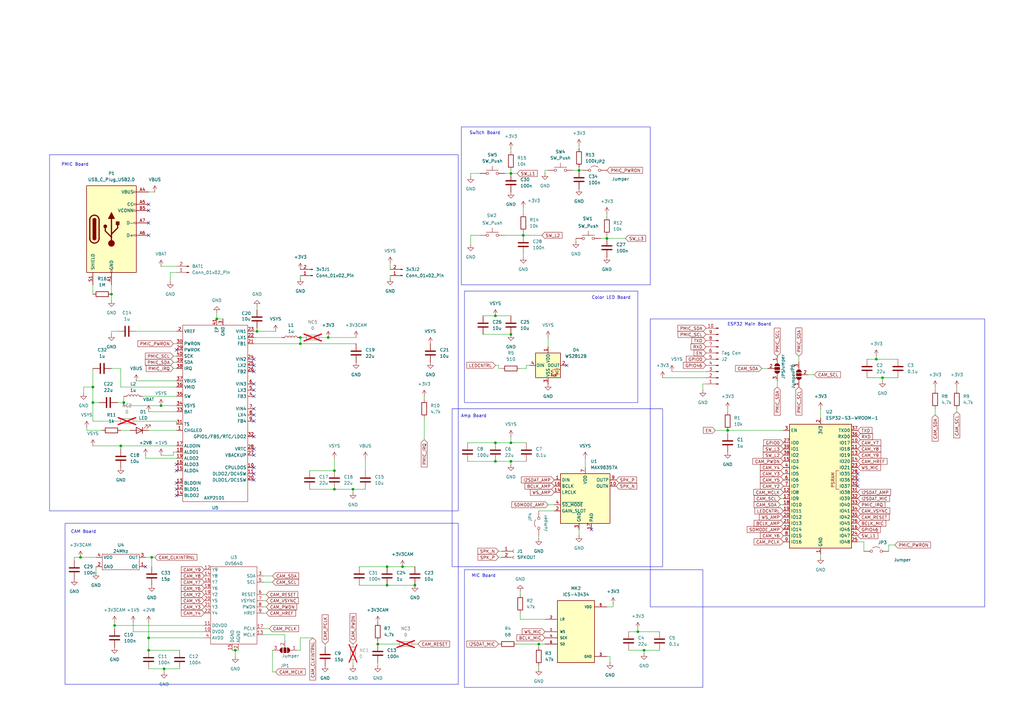
<source format=kicad_sch>
(kicad_sch (version 20231120) (generator "eeschema") (generator_version "8.0")
  (paper "A3")
  (title_block (title "Main Board esp32") (date "2024-12-10") (rev "2.0"))
  (junction (at 203.2 181.61))
  (junction (at 66.04 166.37))
  (junction (at 158.75 232.41))
  (junction (at 248.92 97.79))
  (junction (at 50.8 165.1))
  (junction (at 220.98 264.16))
  (junction (at 49.53 182.88))
  (junction (at 144.78 200.66))
  (junction (at 60.96 266.7))
  (junction (at 158.75 240.03))
  (junction (at 170.18 240.03))
  (junction (at 60.96 261.62))
  (junction (at 123.19 140.97))
  (junction (at 203.2 129.54))
  (junction (at 165.1 232.41))
  (junction (at 62.23 228.6))
  (junction (at 264.16 266.7))
  (junction (at 45.72 120.65))
  (junction (at 237.49 69.85))
  (junction (at 209.55 189.23))
  (junction (at 203.2 189.23))
  (junction (at 361.95 154.94))
  (junction (at 134.62 138.43))
  (junction (at 96.52 266.7))
  (junction (at 67.31 274.32))
  (junction (at 105.41 135.89))
  (junction (at 209.55 137.16))
  (junction (at 298.45 176.53))
  (junction (at 209.55 71.12))
  (junction (at 261.62 259.08))
  (junction (at 38.1 165.1))
  (junction (at 123.19 138.43))
  (junction (at 154.94 264.16))
  (junction (at 214.63 96.52))
  (junction (at 209.55 181.61))
  (junction (at 46.99 256.54))
  (junction (at 137.16 193.04))
  (junction (at 88.9 130.81))
  (junction (at 33.02 228.6))
  (junction (at 359.41 147.32))
  (junction (at 38.1 158.75))
  (junction (at 137.16 200.66))
  (no_connect (at 232.41 149.86))
  (no_connect (at 351.79 194.31))
  (no_connect (at 104.14 160.02))
  (no_connect (at 60.96 91.44))
  (no_connect (at 104.14 196.85))
  (no_connect (at 351.79 196.85))
  (no_connect (at 104.14 152.4))
  (no_connect (at 104.14 186.69))
  (no_connect (at 104.14 179.07))
  (no_connect (at 59.69 232.41))
  (no_connect (at 104.14 162.56))
  (no_connect (at 104.14 157.48))
  (no_connect (at 72.39 200.66))
  (no_connect (at 104.14 149.86))
  (no_connect (at 72.39 190.5))
  (no_connect (at 72.39 198.12))
  (no_connect (at 104.14 191.77))
  (no_connect (at 242.57 217.17))
  (no_connect (at 72.39 143.51))
  (no_connect (at 104.14 167.64))
  (no_connect (at 60.96 96.52))
  (no_connect (at 60.96 83.82))
  (no_connect (at 351.79 199.39))
  (no_connect (at 60.96 86.36))
  (no_connect (at 104.14 184.15))
  (no_connect (at 104.14 170.18))
  (no_connect (at 104.14 172.72))
  (no_connect (at 104.14 194.31))
  (no_connect (at 104.14 147.32))
  (no_connect (at 72.39 203.2))
  (no_connect (at 72.39 193.04))
  (wire (pts (xy 147.32 240.03) (xy 158.75 240.03)))
  (wire (pts (xy 49.53 176.53) (xy 53.34 176.53)))
  (wire (pts (xy 46.99 256.54) (xy 46.99 255.27)))
  (wire (pts (xy 144.78 271.78) (xy 144.78 273.05)))
  (wire (pts (xy 49.53 151.13) (xy 49.53 158.75)))
  (wire (pts (xy 209.55 71.12) (xy 212.09 71.12)))
  (wire (pts (xy 123.19 113.03) (xy 123.19 114.3)))
  (wire (pts (xy 236.22 97.79) (xy 236.22 99.06)))
  (wire (pts (xy 207.01 71.12) (xy 209.55 71.12)))
  (wire (pts (xy 165.1 232.41) (xy 170.18 232.41)))
  (wire (pts (xy 207.01 96.52) (xy 214.63 96.52)))
  (wire (pts (xy 72.39 172.72) (xy 55.88 172.72)))
  (wire (pts (xy 327.66 148.59) (xy 327.66 146.05)))
  (wire (pts (xy 123.19 138.43) (xy 124.46 138.43)))
  (wire (pts (xy 60.96 261.62) (xy 60.96 266.7)))
  (wire (pts (xy 237.49 59.69) (xy 237.49 60.96)))
  (wire (pts (xy 121.92 266.7) (xy 123.19 266.7)))
  (wire (pts (xy 298.45 176.53) (xy 298.45 177.8)))
  (wire (pts (xy 361.95 154.94) (xy 368.3 154.94)))
  (wire (pts (xy 248.92 248.92) (xy 251.46 248.92)))
  (wire (pts (xy 173.99 180.34) (xy 173.99 171.45)))
  (wire (pts (xy 107.95 248.92) (xy 109.22 248.92)))
  (wire (pts (xy 354.33 222.25) (xy 354.33 226.06)))
  (wire (pts (xy 224.79 138.43) (xy 224.79 142.24)))
  (wire (pts (xy 205.74 151.13) (xy 204.47 151.13)))
  (wire (pts (xy 105.41 125.73) (xy 105.41 127)))
  (wire (pts (xy 144.78 200.66) (xy 144.78 201.93)))
  (wire (pts (xy 104.14 140.97) (xy 123.19 140.97)))
  (wire (pts (xy 250.19 269.24) (xy 250.19 271.78)))
  (wire (pts (xy 234.95 69.85) (xy 237.49 69.85)))
  (wire (pts (xy 34.29 158.75) (xy 38.1 158.75)))
  (wire (pts (xy 38.1 165.1) (xy 38.1 158.75)))
  (wire (pts (xy 59.69 187.96) (xy 59.69 186.69)))
  (wire (pts (xy 39.37 232.41) (xy 39.37 234.95)))
  (wire (pts (xy 204.47 151.13) (xy 204.47 149.86)))
  (wire (pts (xy 160.02 107.95) (xy 160.02 110.49)))
  (wire (pts (xy 203.2 129.54) (xy 209.55 129.54)))
  (wire (pts (xy 191.77 189.23) (xy 203.2 189.23)))
  (wire (pts (xy 209.55 181.61) (xy 215.9 181.61)))
  (wire (pts (xy 257.81 266.7) (xy 264.16 266.7)))
  (wire (pts (xy 62.23 228.6) (xy 63.5 228.6)))
  (wire (pts (xy 116.84 260.35) (xy 116.84 262.89)))
  (wire (pts (xy 215.9 151.13) (xy 215.9 149.86)))
  (wire (pts (xy 205.74 226.06) (xy 204.47 226.06)))
  (wire (pts (xy 275.59 152.4) (xy 289.56 152.4)))
  (wire (pts (xy 55.88 135.89) (xy 72.39 135.89)))
  (wire (pts (xy 54.61 259.08) (xy 54.61 255.27)))
  (wire (pts (xy 123.19 266.7) (xy 123.19 261.62)))
  (wire (pts (xy 220.98 273.05) (xy 220.98 274.32)))
  (wire (pts (xy 220.98 219.71) (xy 220.98 220.98)))
  (wire (pts (xy 71.12 186.69) (xy 71.12 185.42)))
  (wire (pts (xy 354.33 222.25) (xy 351.79 222.25)))
  (wire (pts (xy 33.02 228.6) (xy 30.48 228.6)))
  (wire (pts (xy 392.43 167.64) (xy 392.43 168.91)))
  (wire (pts (xy 67.31 274.32) (xy 67.31 275.59)))
  (wire (pts (xy 66.04 186.69) (xy 71.12 186.69)))
  (wire (pts (xy 298.45 176.53) (xy 321.31 176.53)))
  (wire (pts (xy 154.94 271.78) (xy 154.94 273.05)))
  (wire (pts (xy 66.04 109.22) (xy 72.39 109.22)))
  (wire (pts (xy 367.03 223.52) (xy 364.49 223.52)))
  (wire (pts (xy 198.12 129.54) (xy 203.2 129.54)))
  (wire (pts (xy 72.39 148.59) (xy 71.12 148.59)))
  (wire (pts (xy 123.19 261.62) (xy 128.27 261.62)))
  (wire (pts (xy 293.37 176.53) (xy 298.45 176.53)))
  (wire (pts (xy 220.98 265.43) (xy 220.98 264.16)))
  (wire (pts (xy 69.85 111.76) (xy 69.85 115.57)))
  (wire (pts (xy 35.56 176.53) (xy 41.91 176.53)))
  (wire (pts (xy 213.36 242.57) (xy 213.36 243.84)))
  (wire (pts (xy 38.1 151.13) (xy 38.1 158.75)))
  (wire (pts (xy 191.77 181.61) (xy 203.2 181.61)))
  (wire (pts (xy 72.39 187.96) (xy 59.69 187.96)))
  (wire (pts (xy 72.39 151.13) (xy 71.12 151.13)))
  (wire (pts (xy 48.26 165.1) (xy 50.8 165.1)))
  (wire (pts (xy 214.63 95.25) (xy 214.63 96.52)))
  (wire (pts (xy 355.6 154.94) (xy 361.95 154.94)))
  (wire (pts (xy 264.16 266.7) (xy 270.51 266.7)))
  (wire (pts (xy 46.99 256.54) (xy 83.82 256.54)))
  (wire (pts (xy 215.9 149.86) (xy 217.17 149.86)))
  (wire (pts (xy 220.98 264.16) (xy 223.52 264.16)))
  (wire (pts (xy 60.96 274.32) (xy 67.31 274.32)))
  (wire (pts (xy 203.2 181.61) (xy 209.55 181.61)))
  (wire (pts (xy 320.04 207.01) (xy 321.31 207.01)))
  (wire (pts (xy 203.2 189.23) (xy 209.55 189.23)))
  (wire (pts (xy 60.96 78.74) (xy 63.5 78.74)))
  (wire (pts (xy 38.1 182.88) (xy 49.53 182.88)))
  (wire (pts (xy 227.33 209.55) (xy 220.98 209.55)))
  (wire (pts (xy 104.14 135.89) (xy 105.41 135.89)))
  (wire (pts (xy 160.02 113.03) (xy 160.02 114.3)))
  (wire (pts (xy 46.99 257.81) (xy 46.99 256.54)))
  (wire (pts (xy 137.16 200.66) (xy 144.78 200.66)))
  (wire (pts (xy 209.55 189.23) (xy 209.55 190.5)))
  (wire (pts (xy 34.29 158.75) (xy 34.29 161.29)))
  (wire (pts (xy 261.62 259.08) (xy 270.51 259.08)))
  (wire (pts (xy 49.53 151.13) (xy 45.72 151.13)))
  (wire (pts (xy 45.72 135.89) (xy 45.72 137.16)))
  (wire (pts (xy 50.8 166.37) (xy 66.04 166.37)))
  (wire (pts (xy 134.62 138.43) (xy 146.05 138.43)))
  (wire (pts (xy 107.95 236.22) (xy 111.76 236.22)))
  (wire (pts (xy 383.54 158.75) (xy 383.54 160.02)))
  (wire (pts (xy 49.53 182.88) (xy 72.39 182.88)))
  (wire (pts (xy 105.41 134.62) (xy 105.41 135.89)))
  (wire (pts (xy 209.55 179.07) (xy 209.55 181.61)))
  (wire (pts (xy 48.26 135.89) (xy 45.72 135.89)))
  (wire (pts (xy 213.36 251.46) (xy 213.36 254)))
  (wire (pts (xy 193.04 71.12) (xy 193.04 72.39)))
  (wire (pts (xy 40.64 165.1) (xy 38.1 165.1)))
  (wire (pts (xy 38.1 172.72) (xy 38.1 165.1)))
  (wire (pts (xy 95.25 266.7) (xy 96.52 266.7)))
  (wire (pts (xy 66.04 166.37) (xy 72.39 166.37)))
  (wire (pts (xy 173.99 162.56) (xy 173.99 163.83)))
  (wire (pts (xy 55.88 156.21) (xy 72.39 156.21)))
  (wire (pts (xy 54.61 259.08) (xy 83.82 259.08)))
  (wire (pts (xy 72.39 146.05) (xy 71.12 146.05)))
  (wire (pts (xy 60.96 255.27) (xy 60.96 261.62)))
  (wire (pts (xy 248.92 97.79) (xy 256.54 97.79)))
  (wire (pts (xy 133.35 264.16) (xy 133.35 265.43)))
  (wire (pts (xy 336.55 228.6) (xy 336.55 227.33)))
  (wire (pts (xy 49.53 182.88) (xy 49.53 184.15)))
  (wire (pts (xy 96.52 266.7) (xy 97.79 266.7)))
  (wire (pts (xy 193.04 96.52) (xy 193.04 100.33)))
  (wire (pts (xy 359.41 146.05) (xy 359.41 147.32)))
  (wire (pts (xy 198.12 137.16) (xy 209.55 137.16)))
  (wire (pts (xy 334.01 153.67) (xy 331.47 153.67)))
  (wire (pts (xy 261.62 257.81) (xy 261.62 259.08)))
  (wire (pts (xy 96.52 266.7) (xy 96.52 269.24)))
  (wire (pts (xy 204.47 149.86) (xy 203.2 149.86)))
  (wire (pts (xy 271.78 154.94) (xy 289.56 154.94)))
  (wire (pts (xy 289.56 157.48) (xy 288.29 157.48)))
  (wire (pts (xy 214.63 96.52) (xy 222.25 96.52)))
  (wire (pts (xy 209.55 69.85) (xy 209.55 71.12)))
  (wire (pts (xy 111.76 275.59) (xy 113.03 275.59)))
  (wire (pts (xy 104.14 138.43) (xy 115.57 138.43)))
  (wire (pts (xy 45.72 116.84) (xy 45.72 120.65)))
  (wire (pts (xy 248.92 269.24) (xy 250.19 269.24)))
  (wire (pts (xy 107.95 246.38) (xy 109.22 246.38)))
  (wire (pts (xy 72.39 173.99) (xy 72.39 172.72)))
  (wire (pts (xy 154.94 264.16) (xy 162.56 264.16)))
  (wire (pts (xy 170.18 264.16) (xy 171.45 264.16)))
  (wire (pts (xy 214.63 105.41) (xy 214.63 104.14)))
  (wire (pts (xy 60.96 168.91) (xy 72.39 168.91)))
  (wire (pts (xy 149.86 187.96) (xy 149.86 193.04)))
  (wire (pts (xy 147.32 232.41) (xy 158.75 232.41)))
  (wire (pts (xy 237.49 68.58) (xy 237.49 69.85)))
  (wire (pts (xy 45.72 120.65) (xy 45.72 123.19)))
  (wire (pts (xy 248.92 87.63) (xy 248.92 88.9)))
  (wire (pts (xy 107.95 257.81) (xy 110.49 257.81)))
  (wire (pts (xy 30.48 228.6) (xy 30.48 229.87)))
  (wire (pts (xy 50.8 165.1) (xy 50.8 166.37)))
  (wire (pts (xy 318.77 156.21) (xy 318.77 158.75)))
  (wire (pts (xy 215.9 151.13) (xy 213.36 151.13)))
  (wire (pts (xy 60.96 176.53) (xy 72.39 176.53)))
  (wire (pts (xy 264.16 266.7) (xy 264.16 267.97)))
  (wire (pts (xy 196.85 96.52) (xy 193.04 96.52)))
  (wire (pts (xy 60.96 266.7) (xy 73.66 266.7)))
  (wire (pts (xy 132.08 138.43) (xy 134.62 138.43)))
  (wire (pts (xy 209.55 60.96) (xy 209.55 62.23)))
  (wire (pts (xy 49.53 158.75) (xy 72.39 158.75)))
  (wire (pts (xy 355.6 147.32) (xy 359.41 147.32)))
  (wire (pts (xy 298.45 167.64) (xy 298.45 168.91)))
  (wire (pts (xy 223.52 69.85) (xy 223.52 71.12)))
  (wire (pts (xy 137.16 187.96) (xy 137.16 193.04)))
  (wire (pts (xy 224.79 207.01) (xy 227.33 207.01)))
  (wire (pts (xy 213.36 254) (xy 223.52 254)))
  (wire (pts (xy 146.05 140.97) (xy 123.19 140.97)))
  (wire (pts (xy 107.95 238.76) (xy 111.76 238.76)))
  (wire (pts (xy 251.46 248.92) (xy 251.46 247.65)))
  (wire (pts (xy 312.42 151.13) (xy 314.96 151.13)))
  (wire (pts (xy 88.9 128.27) (xy 88.9 130.81)))
  (wire (pts (xy 320.04 204.47) (xy 321.31 204.47)))
  (wire (pts (xy 209.55 189.23) (xy 215.9 189.23)))
  (wire (pts (xy 60.96 261.62) (xy 83.82 261.62)))
  (wire (pts (xy 383.54 167.64) (xy 383.54 170.18)))
  (wire (pts (xy 248.92 96.52) (xy 248.92 97.79)))
  (wire (pts (xy 127 200.66) (xy 137.16 200.66)))
  (wire (pts (xy 237.49 69.85) (xy 238.76 69.85)))
  (wire (pts (xy 105.41 135.89) (xy 113.03 135.89)))
  (wire (pts (xy 205.74 228.6) (xy 204.47 228.6)))
  (wire (pts (xy 71.12 140.97) (xy 72.39 140.97)))
  (wire (pts (xy 392.43 158.75) (xy 392.43 160.02)))
  (wire (pts (xy 127 193.04) (xy 137.16 193.04)))
  (wire (pts (xy 158.75 232.41) (xy 165.1 232.41)))
  (wire (pts (xy 58.42 162.56) (xy 72.39 162.56)))
  (wire (pts (xy 196.85 71.12) (xy 193.04 71.12)))
  (wire (pts (xy 111.76 266.7) (xy 111.76 275.59)))
  (wire (pts (xy 67.31 274.32) (xy 73.66 274.32)))
  (wire (pts (xy 107.95 251.46) (xy 109.22 251.46)))
  (wire (pts (xy 144.78 200.66) (xy 149.86 200.66)))
  (wire (pts (xy 71.12 185.42) (xy 72.39 185.42)))
  (wire (pts (xy 288.29 157.48) (xy 288.29 160.02)))
  (wire (pts (xy 48.26 172.72) (xy 38.1 172.72)))
  (wire (pts (xy 158.75 240.03) (xy 170.18 240.03)))
  (wire (pts (xy 212.09 264.16) (xy 220.98 264.16)))
  (wire (pts (xy 237.49 217.17) (xy 237.49 219.71)))
  (wire (pts (xy 257.81 259.08) (xy 261.62 259.08)))
  (wire (pts (xy 359.41 147.32) (xy 368.3 147.32)))
  (wire (pts (xy 50.8 162.56) (xy 50.8 165.1)))
  (wire (pts (xy 336.55 167.64) (xy 336.55 171.45)))
  (wire (pts (xy 107.95 243.84) (xy 109.22 243.84)))
  (wire (pts (xy 59.69 228.6) (xy 62.23 228.6)))
  (wire (pts (xy 62.23 228.6) (xy 62.23 232.41)))
  (wire (pts (xy 38.1 116.84) (xy 38.1 120.65)))
  (wire (pts (xy 107.95 260.35) (xy 116.84 260.35)))
  (wire (pts (xy 240.03 187.96) (xy 240.03 191.77)))
  (wire (pts (xy 154.94 262.89) (xy 154.94 264.16)))
  (wire (pts (xy 123.19 140.97) (xy 123.19 138.43)))
  (wire (pts (xy 91.44 130.81) (xy 88.9 130.81)))
  (wire (pts (xy 214.63 87.63) (xy 214.63 85.09)))
  (wire (pts (xy 246.38 97.79) (xy 248.92 97.79)))
  (wire (pts (xy 39.37 228.6) (xy 33.02 228.6)))
  (wire (pts (xy 35.56 176.53) (xy 35.56 175.26)))
  (wire (pts (xy 364.49 223.52) (xy 364.49 226.06)))
  (wire (pts (xy 361.95 154.94) (xy 361.95 156.21)))
  (wire (pts (xy 72.39 111.76) (xy 69.85 111.76)))
  (wire (pts (xy 224.79 69.85) (xy 223.52 69.85)))
  (rectangle (start 190.5 233.68) (end 288.29 281.94))
  (rectangle (start 20.32 63.5) (end 187.96 209.55))
  (rectangle (start 26.67 214.63) (end 187.96 280.67))
  (rectangle (start 190.5 119.38) (end 261.62 165.1))
  (rectangle (start 266.7 130.81) (end 403.86 248.92))
  (rectangle (start 189.23 52.07) (end 266.7 116.84))
  (rectangle (start 185.42 167.64) (end 271.78 232.41))
  (text "ESP32 Main Board\n" (at 307.34 133.096 0) (effects (font (size 1.27 1.27))))
  (text "PMIC Board" (at 30.734 67.564 0) (effects (font (size 1.27 1.27))))
  (text "Color LED Board" (at 250.698 122.174 0) (effects (font (size 1.27 1.27))))
  (text "Switch Board" (at 198.882 54.61 0) (effects (font (size 1.27 1.27))))
  (text "Amp Board\n" (at 194.31 170.688 0) (effects (font (size 1.27 1.27))))
  (text "MIC Board\n" (at 198.374 236.22 0) (effects (font (size 1.27 1.27))))
  (text "CAM Board\n" (at 34.29 218.186 0) (effects (font (size 1.27 1.27))))
  (global_label "LEDCNTRL" (shape input) (at 321.31 209.55 180) (property "Intersheetrefs" "${INTERSHEET_REFS}" (effects (hide yes))))
  (global_label "CAM_SDA" (shape input) (at 383.54 170.18 270) (property "Intersheetrefs" "${INTERSHEET_REFS}" (effects (hide yes))))
  (global_label "EN" (shape input) (at 293.37 176.53 180) (property "Intersheetrefs" "${INTERSHEET_REFS}" (effects (hide yes))))
  (global_label "CAM_CLKINTRNL" (shape input) (at 63.5 228.6 0) (property "Intersheetrefs" "${INTERSHEET_REFS}" (effects (hide yes))))
  (global_label "CAM_SCL" (shape input) (at 334.01 153.67 0) (property "Intersheetrefs" "${INTERSHEET_REFS}" (effects (hide yes))))
  (global_label "PMIC_IRQ" (shape input) (at 71.12 151.13 180) (property "Intersheetrefs" "${INTERSHEET_REFS}" (effects (hide yes))))
  (global_label "CAM_MCLK" (shape input) (at 321.31 201.93 180) (property "Intersheetrefs" "${INTERSHEET_REFS}" (effects (hide yes))))
  (global_label "WS_AMP" (shape input) (at 321.31 212.09 180) (property "Intersheetrefs" "${INTERSHEET_REFS}" (effects (hide yes))))
  (global_label "GPIO0" (shape input) (at 289.56 147.32 180) (property "Intersheetrefs" "${INTERSHEET_REFS}" (effects (hide yes))))
  (global_label "SDMODE_AMP" (shape input) (at 321.31 217.17 180) (property "Intersheetrefs" "${INTERSHEET_REFS}" (effects (hide yes))))
  (global_label "SDMODE_AMP" (shape input) (at 224.79 207.01 180) (property "Intersheetrefs" "${INTERSHEET_REFS}" (effects (hide yes))))
  (global_label "CAM_Y8" (shape input) (at 351.79 184.15 0) (property "Intersheetrefs" "${INTERSHEET_REFS}" (effects (hide yes))))
  (global_label "BCLK_AMP" (shape input) (at 227.33 199.39 180) (property "Intersheetrefs" "${INTERSHEET_REFS}" (effects (hide yes))))
  (global_label "CAM_VSYNC" (shape input) (at 109.22 246.38 0) (property "Intersheetrefs" "${INTERSHEET_REFS}" (effects (hide yes))))
  (global_label "CAM_Y3" (shape input) (at 83.82 248.92 180) (property "Intersheetrefs" "${INTERSHEET_REFS}" (effects (hide yes))))
  (global_label "SPK_N" (shape input) (at 204.47 226.06 180) (property "Intersheetrefs" "${INTERSHEET_REFS}" (effects (hide yes))))
  (global_label "PMIC_SDA" (shape input) (at 289.56 134.62 180) (property "Intersheetrefs" "${INTERSHEET_REFS}" (effects (hide yes))))
  (global_label "RXD" (shape input) (at 289.56 142.24 180) (property "Intersheetrefs" "${INTERSHEET_REFS}" (effects (hide yes))))
  (global_label "SW_L3" (shape input) (at 321.31 184.15 180) (property "Intersheetrefs" "${INTERSHEET_REFS}" (effects (hide yes))))
  (global_label "PMIC_PWRON" (shape input) (at 248.92 69.85 0) (property "Intersheetrefs" "${INTERSHEET_REFS}" (effects (hide yes))))
  (global_label "CAM_RESET" (shape input) (at 351.79 212.09 0) (property "Intersheetrefs" "${INTERSHEET_REFS}" (effects (hide yes))))
  (global_label "CAM_VSYNC" (shape input) (at 351.79 209.55 0) (property "Intersheetrefs" "${INTERSHEET_REFS}" (effects (hide yes))))
  (global_label "I2SDAT_MIC" (shape input) (at 204.47 264.16 180) (property "Intersheetrefs" "${INTERSHEET_REFS}" (effects (hide yes))))
  (global_label "CAM_Y9" (shape input) (at 351.79 186.69 0) (property "Intersheetrefs" "${INTERSHEET_REFS}" (effects (hide yes))))
  (global_label "CAM_Y4" (shape input) (at 83.82 251.46 180) (property "Intersheetrefs" "${INTERSHEET_REFS}" (effects (hide yes))))
  (global_label "CAM_SDA" (shape input) (at 111.76 236.22 0) (property "Intersheetrefs" "${INTERSHEET_REFS}" (effects (hide yes))))
  (global_label "CAM_CLKINTRNL" (shape input) (at 128.27 261.62 270) (property "Intersheetrefs" "${INTERSHEET_REFS}" (effects (hide yes))))
  (global_label "PMIC_SDA" (shape input) (at 71.12 148.59 180) (property "Intersheetrefs" "${INTERSHEET_REFS}" (effects (hide yes))))
  (global_label "LEDCNTRL" (shape input) (at 203.2 149.86 180) (property "Intersheetrefs" "${INTERSHEET_REFS}" (effects (hide yes))))
  (global_label "SW_L2" (shape input) (at 321.31 186.69 180) (property "Intersheetrefs" "${INTERSHEET_REFS}" (effects (hide yes))))
  (global_label "GPIO46" (shape input) (at 351.79 217.17 0) (property "Intersheetrefs" "${INTERSHEET_REFS}" (effects (hide yes))))
  (global_label "PMIC_SDA" (shape input) (at 327.66 146.05 90) (property "Intersheetrefs" "${INTERSHEET_REFS}" (effects (hide yes))))
  (global_label "BCLK_AMP" (shape input) (at 321.31 214.63 180) (property "Intersheetrefs" "${INTERSHEET_REFS}" (effects (hide yes))))
  (global_label "WS_MIC" (shape input) (at 351.79 191.77 0) (property "Intersheetrefs" "${INTERSHEET_REFS}" (effects (hide yes))))
  (global_label "CAM_RESET" (shape input) (at 109.22 243.84 0) (property "Intersheetrefs" "${INTERSHEET_REFS}" (effects (hide yes))))
  (global_label "CAM_Y7" (shape input) (at 351.79 181.61 0) (property "Intersheetrefs" "${INTERSHEET_REFS}" (effects (hide yes))))
  (global_label "CAM_PCLK" (shape input) (at 110.49 257.81 0) (property "Intersheetrefs" "${INTERSHEET_REFS}" (effects (hide yes))))
  (global_label "CAM_Y5" (shape input) (at 83.82 246.38 180) (property "Intersheetrefs" "${INTERSHEET_REFS}" (effects (hide yes))))
  (global_label "CAM_Y8" (shape input) (at 83.82 236.22 180) (property "Intersheetrefs" "${INTERSHEET_REFS}" (effects (hide yes))))
  (global_label "PMIC_SDA" (shape input) (at 318.77 158.75 270) (property "Intersheetrefs" "${INTERSHEET_REFS}" (effects (hide yes))))
  (global_label "SPK_P" (shape input) (at 204.47 228.6 180) (property "Intersheetrefs" "${INTERSHEET_REFS}" (effects (hide yes))))
  (global_label "CAM_PWDN" (shape input) (at 144.78 264.16 90) (property "Intersheetrefs" "${INTERSHEET_REFS}" (effects (hide yes))))
  (global_label "CAM_SCL" (shape input) (at 111.76 238.76 0) (property "Intersheetrefs" "${INTERSHEET_REFS}" (effects (hide yes))))
  (global_label "CAM_Y3" (shape input) (at 321.31 194.31 180) (property "Intersheetrefs" "${INTERSHEET_REFS}" (effects (hide yes))))
  (global_label "GPIO46" (shape input) (at 289.56 149.86 180) (property "Intersheetrefs" "${INTERSHEET_REFS}" (effects (hide yes))))
  (global_label "BCLK_MIC" (shape input) (at 351.79 214.63 0) (property "Intersheetrefs" "${INTERSHEET_REFS}" (effects (hide yes))))
  (global_label "CAM_Y4" (shape input) (at 321.31 191.77 180) (property "Intersheetrefs" "${INTERSHEET_REFS}" (effects (hide yes))))
  (global_label "WS_AMP" (shape input) (at 227.33 201.93 180) (property "Intersheetrefs" "${INTERSHEET_REFS}" (effects (hide yes))))
  (global_label "WS_MIC" (shape input) (at 223.52 259.08 180) (property "Intersheetrefs" "${INTERSHEET_REFS}" (effects (hide yes))))
  (global_label "PMIC_PWRON" (shape input) (at 367.03 223.52 0) (property "Intersheetrefs" "${INTERSHEET_REFS}" (effects (hide yes))))
  (global_label "CAM_Y6" (shape input) (at 321.31 219.71 180) (property "Intersheetrefs" "${INTERSHEET_REFS}" (effects (hide yes))))
  (global_label "I2SDAT_MIC" (shape input) (at 351.79 204.47 0) (property "Intersheetrefs" "${INTERSHEET_REFS}" (effects (hide yes))))
  (global_label "SW_L1" (shape input) (at 351.79 219.71 0) (property "Intersheetrefs" "${INTERSHEET_REFS}" (effects (hide yes))))
  (global_label "CAM_PWDN" (shape input) (at 321.31 189.23 180) (property "Intersheetrefs" "${INTERSHEET_REFS}" (effects (hide yes))))
  (global_label "SPK_P" (shape input) (at 252.73 196.85 0) (property "Intersheetrefs" "${INTERSHEET_REFS}" (effects (hide yes))))
  (global_label "BCLK_MIC" (shape input) (at 223.52 261.62 180) (property "Intersheetrefs" "${INTERSHEET_REFS}" (effects (hide yes))))
  (global_label "GPIO0" (shape input) (at 321.31 181.61 180) (property "Intersheetrefs" "${INTERSHEET_REFS}" (effects (hide yes))))
  (global_label "CAM_Y9" (shape input) (at 83.82 233.68 180) (property "Intersheetrefs" "${INTERSHEET_REFS}" (effects (hide yes))))
  (global_label "CAM_Y6" (shape input) (at 83.82 241.3 180) (property "Intersheetrefs" "${INTERSHEET_REFS}" (effects (hide yes))))
  (global_label "CAM_Y2" (shape input) (at 321.31 199.39 180) (property "Intersheetrefs" "${INTERSHEET_REFS}" (effects (hide yes))))
  (global_label "CAM_RESET" (shape input) (at 171.45 264.16 0) (property "Intersheetrefs" "${INTERSHEET_REFS}" (effects (hide yes))))
  (global_label "PMIC_SCL" (shape input) (at 327.66 158.75 270) (property "Intersheetrefs" "${INTERSHEET_REFS}" (effects (hide yes))))
  (global_label "SPK_N" (shape input) (at 252.73 199.39 0) (property "Intersheetrefs" "${INTERSHEET_REFS}" (effects (hide yes))))
  (global_label "CAM_SCL" (shape input) (at 320.04 204.47 180) (property "Intersheetrefs" "${INTERSHEET_REFS}" (effects (hide yes))))
  (global_label "SW_L1" (shape input) (at 212.09 71.12 0) (property "Intersheetrefs" "${INTERSHEET_REFS}" (effects (hide yes))))
  (global_label "CAM_MCLK" (shape input) (at 113.03 275.59 0) (property "Intersheetrefs" "${INTERSHEET_REFS}" (effects (hide yes))))
  (global_label "I2SDAT_AMP" (shape input) (at 227.33 196.85 180) (property "Intersheetrefs" "${INTERSHEET_REFS}" (effects (hide yes))))
  (global_label "CAM_PCLK" (shape input) (at 321.31 222.25 180) (property "Intersheetrefs" "${INTERSHEET_REFS}" (effects (hide yes))))
  (global_label "CAM_Y7" (shape input) (at 83.82 238.76 180) (property "Intersheetrefs" "${INTERSHEET_REFS}" (effects (hide yes))))
  (global_label "PMIC_IRQ" (shape input) (at 351.79 207.01 0) (property "Intersheetrefs" "${INTERSHEET_REFS}" (effects (hide yes))))
  (global_label "TXD" (shape input) (at 351.79 176.53 0) (property "Intersheetrefs" "${INTERSHEET_REFS}" (effects (hide yes))))
  (global_label "SW_L2" (shape input) (at 222.25 96.52 0) (property "Intersheetrefs" "${INTERSHEET_REFS}" (effects (hide yes))))
  (global_label "CAM_PCLK" (shape input) (at 133.35 264.16 90) (property "Intersheetrefs" "${INTERSHEET_REFS}" (effects (hide yes))))
  (global_label "I2SDAT_AMP" (shape input) (at 351.79 201.93 0) (property "Intersheetrefs" "${INTERSHEET_REFS}" (effects (hide yes))))
  (global_label "CAM_Y2" (shape input) (at 83.82 243.84 180) (property "Intersheetrefs" "${INTERSHEET_REFS}" (effects (hide yes))))
  (global_label "CAM_SDA" (shape input) (at 312.42 151.13 180) (property "Intersheetrefs" "${INTERSHEET_REFS}" (effects (hide yes))))
  (global_label "CAM_SCL" (shape input) (at 392.43 168.91 270) (property "Intersheetrefs" "${INTERSHEET_REFS}" (effects (hide yes))))
  (global_label "SW_L3" (shape input) (at 256.54 97.79 0) (property "Intersheetrefs" "${INTERSHEET_REFS}" (effects (hide yes))))
  (global_label "PMIC_SCL" (shape input) (at 71.12 146.05 180) (property "Intersheetrefs" "${INTERSHEET_REFS}" (effects (hide yes))))
  (global_label "CAM_HREF" (shape input) (at 351.79 189.23 0) (property "Intersheetrefs" "${INTERSHEET_REFS}" (effects (hide yes))))
  (global_label "CAM_HREF" (shape input) (at 109.22 251.46 0) (property "Intersheetrefs" "${INTERSHEET_REFS}" (effects (hide yes))))
  (global_label "PMIC_IRQ" (shape input) (at 173.99 180.34 270) (property "Intersheetrefs" "${INTERSHEET_REFS}" (effects (hide yes))))
  (global_label "RXD" (shape input) (at 351.79 179.07 0) (property "Intersheetrefs" "${INTERSHEET_REFS}" (effects (hide yes))))
  (global_label "PMIC_PWRON" (shape input) (at 71.12 140.97 180) (property "Intersheetrefs" "${INTERSHEET_REFS}" (effects (hide yes))))
  (global_label "CAM_Y5" (shape input) (at 321.31 196.85 180) (property "Intersheetrefs" "${INTERSHEET_REFS}" (effects (hide yes))))
  (global_label "CAM_SDA" (shape input) (at 320.04 207.01 180) (property "Intersheetrefs" "${INTERSHEET_REFS}" (effects (hide yes))))
  (global_label "PMIC_SCL" (shape input) (at 289.56 137.16 180) (property "Intersheetrefs" "${INTERSHEET_REFS}" (effects (hide yes))))
  (global_label "PMIC_SCL" (shape input) (at 318.77 146.05 90) (property "Intersheetrefs" "${INTERSHEET_REFS}" (effects (hide yes))))
  (global_label "TXD" (shape input) (at 289.56 139.7 180) (property "Intersheetrefs" "${INTERSHEET_REFS}" (effects (hide yes))))
  (global_label "CAM_PWDN" (shape input) (at 109.22 248.92 0) (property "Intersheetrefs" "${INTERSHEET_REFS}" (effects (hide yes))))
  (global_label "EN" (shape input) (at 289.56 144.78 180) (property "Intersheetrefs" "${INTERSHEET_REFS}" (effects (hide yes))))
  (symbol (lib_id "LED:WS2812B") (at 224.79 149.86 0) (unit 1)
    (property "Reference" "D4" (at 236.22 143.5414 0))
    (property "Value" "WS2812B" (at 236.22 146.0814 0))
    (property "Footprint" "LED_SMD:LED_WS2812B_PLCC4_5.0x5.0mm_P3.2mm" (effects (hide yes)))
    (property "Datasheet" "https://cdn-shop.adafruit.com/datasheets/WS2812B.pdf" (effects (hide yes)))
    (property "Description" "RGB LED with integrated controller" (effects (hide yes)))
    (property "LCSC Part" "C22461793" (effects (hide yes)))
    (property "Mfr Part" "XL-5050RGBC-WS2812B-S" (effects (hide yes)))
  )
  (symbol (lib_id "power:GND") (at 46.99 265.43 0) (unit 1)
    (property "Reference" "#PWR025" (effects (hide yes)))
    (property "Value" "GND" (at 46.99 270.51 0))
    (property "Description" "Power symbol creates a global label with name \"GND\" , ground" (effects (hide yes)))
  )
  (symbol (lib_id "Device:C") (at 170.18 236.22 180) (unit 1)
    (property "Reference" "C23" (at 173.99 234.9499 0) (effects (justify right)))
    (property "Value" "10u" (at 173.99 237.4899 0) (effects (justify right)))
    (property "Footprint" "Capacitor_SMD:C_0603_1608Metric" (effects (hide yes)))
    (property "Description" "Unpolarized capacitor" (effects (hide yes)))
  )
  (symbol (lib_id "power:+3V3") (at 359.41 146.05 0) (unit 1)
    (property "Reference" "#PWR022" (effects (hide yes)))
    (property "Value" "+3V3" (at 359.41 140.97 0))
    (property "Description" "Power symbol creates a global label with name \"+3V3\"" (effects (hide yes)))
  )
  (symbol (lib_id "power:GND") (at 193.04 100.33 0) (unit 1)
    (property "Reference" "#PWR052" (effects (hide yes)))
    (property "Value" "GND" (at 193.04 105.41 0))
    (property "Description" "Power symbol creates a global label with name \"GND\" , ground" (effects (hide yes)))
  )
  (symbol (lib_id "Device:R") (at 154.94 259.08 180) (unit 1)
    (property "Reference" "R7" (at 157.48 257.8099 0) (effects (justify right)))
    (property "Value" "4.7k" (at 157.48 260.3499 0) (effects (justify right)))
    (property "Footprint" "Resistor_SMD:R_0603_1608Metric_Pad0.98x0.95mm_HandSolder" (effects (hide yes)))
    (property "Description" "Resistor" (effects (hide yes)))
  )
  (symbol (lib_id "power:GND") (at 146.05 148.59 0) (unit 1)
    (property "Reference" "#PWR039" (effects (hide yes)))
    (property "Value" "GND" (at 146.05 153.67 0))
    (property "Description" "Power symbol creates a global label with name \"GND\" , ground" (effects (hide yes)))
  )
  (symbol (lib_id "Device:C") (at 198.12 133.35 180) (unit 1)
    (property "Reference" "C26" (at 201.93 132.0799 0) (effects (justify right)))
    (property "Value" "10u" (at 201.93 134.6199 0) (effects (justify right)))
    (property "Footprint" "Capacitor_SMD:C_0603_1608Metric_Pad1.08x0.95mm_HandSolder" (effects (hide yes)))
    (property "Description" "Unpolarized capacitor" (effects (hide yes)))
  )
  (symbol (lib_id "Device:C") (at 158.75 236.22 180) (unit 1)
    (property "Reference" "C24" (at 162.56 234.9499 0) (effects (justify right)))
    (property "Value" "1u" (at 162.56 237.4899 0) (effects (justify right)))
    (property "Footprint" "Capacitor_SMD:C_0603_1608Metric" (effects (hide yes)))
    (property "Description" "Unpolarized capacitor" (effects (hide yes)))
  )
  (symbol (lib_id "Audio:MAX98357A") (at 240.03 204.47 0) (unit 1)
    (property "Reference" "U1" (at 242.2241 189.23 0) (effects (justify left)))
    (property "Value" "MAX98357A" (at 242.2241 191.77 0) (effects (justify left)))
    (property "Footprint" "Library:21-0136I_T1633-4_MXM-M" (effects (hide yes)))
    (property "Datasheet" "https://www.lcsc.com/datasheet/lcsc_datasheet_2106070436_Analog-Devices-Inc--Maxim-Integrated-MAX98357AEWL-T_C2682619.pdf" (effects (hide yes)))
    (property "Description" "Tiny, Low-Cost, PCM Class D Amplifier with Class AB Performance" (effects (hide yes)))
    (property "LCSC Part" "C910544" (effects (hide yes)))
    (property "Mfr Part" "MAX98357AETE+T" (effects (hide yes)))
  )
  (symbol (lib_id "power:GND") (at 45.72 137.16 0) (unit 1)
    (property "Reference" "#PWR032" (effects (hide yes)))
    (property "Value" "GND" (at 45.72 142.24 0))
    (property "Description" "Power symbol creates a global label with name \"GND\" , ground" (effects (hide yes)))
  )
  (symbol (lib_id "power:+1V0") (at 55.88 156.21 0) (unit 1)
    (property "Reference" "#PWR062" (effects (hide yes)))
    (property "Value" "VBUS" (at 55.88 151.13 0))
    (property "Description" "System Voltage" (effects (hide yes)))
  )
  (symbol (lib_id "power:+1V0") (at 240.03 187.96 0) (unit 1)
    (property "Reference" "#PWR074" (effects (hide yes)))
    (property "Value" "VSYS" (at 240.03 182.88 0))
    (property "Description" "System Voltage" (effects (hide yes)))
  )
  (symbol (lib_id "Device:C") (at 52.07 135.89 90) (unit 1)
    (property "Reference" "C14" (at 52.07 128.27 90))
    (property "Value" "1u" (at 52.07 130.81 90))
    (property "Footprint" "Capacitor_SMD:C_0603_1608Metric" (effects (hide yes)))
    (property "Description" "Unpolarized capacitor" (effects (hide yes)))
  )
  (symbol (lib_id "power:+1V5") (at 54.61 255.27 0) (unit 1)
    (property "Reference" "#PWR028" (effects (hide yes)))
    (property "Value" "+1V5" (at 54.61 250.19 0))
    (property "Description" "Power symbol creates a global label with name \"+1V5\"" (effects (hide yes)))
  )
  (symbol (lib_id "Device:C") (at 46.99 261.62 0) (unit 1)
    (property "Reference" "C10" (at 50.8 260.3499 0) (effects (justify left)))
    (property "Value" "100n" (at 50.8 262.8899 0) (effects (justify left)))
    (property "Footprint" "Capacitor_SMD:C_0402_1005Metric" (effects (hide yes)))
    (property "Description" "16V 100nF X7R ±10% 0402 Multilayer Ceramic Capacitors MLCC - SMD/SMT ROHS" (effects (hide yes)))
    (property "LCSC Part #" "C1525 " (effects (hide yes)))
    (property "Mfr. #" "CL05B104KO5NNNC " (effects (hide yes)))
  )
  (symbol (lib_id "ov5640:OV5640") (at 97.79 240.03 0) (unit 1)
    (property "Reference" "U3" (at 95.885 228.6 0))
    (property "Value" "OV5640" (at 95.885 231.14 0))
    (property "Footprint" "Connector_FFC-FPC:TE_2-1734839-4_1x24-1MP_P0.5mm_Horizontal" (effects (hide yes)))
    (property "Datasheet" "https://www.lcsc.com/datasheet/lcsc_datasheet_2304140030_JUSHUO-AFC01-S24FCA-00_C262669.pdf" (effects (hide yes)))
    (property "Description" "Flip type 24P Bottom Contact Horizontal attachment 0.5mm SMD,P=0.5mm,Surface Mount，Right Angle FFC, FPC (Flat Flexible) Connector Assemblies ROHS" (effects (hide yes)))
    (property "LCSC Part" "C262669" (effects (hide yes)))
    (property "Mfr Part" "AFC01-S24FCA-00" (effects (hide yes)))
  )
  (symbol (lib_id "Device:C") (at 154.94 267.97 0) (unit 1)
    (property "Reference" "C13" (at 158.75 266.6999 0) (effects (justify left)))
    (property "Value" "100n" (at 158.75 269.2399 0) (effects (justify left)))
    (property "Footprint" "Capacitor_SMD:C_0402_1005Metric" (effects (hide yes)))
    (property "Description" "16V 100nF X7R ±10% 0402 Multilayer Ceramic Capacitors MLCC - SMD/SMT ROHS" (effects (hide yes)))
    (property "LCSC Part #" "C1525 " (effects (hide yes)))
    (property "Mfr. #" "CL05B104KO5NNNC " (effects (hide yes)))
  )
  (symbol (lib_id "Connector:Conn_01x02_Pin") (at 128.27 113.03 180) (unit 1)
    (property "Reference" "3v3J1" (at 129.54 110.4899 0) (effects (justify right)))
    (property "Value" "Conn_01x02_Pin" (at 129.54 113.0299 0) (effects (justify right)))
    (property "Footprint" "Footprint_Wareit_Mic:SMD_CONNECTOR_PAD" (effects (hide yes)))
    (property "Description" "Generic connector, single row, 01x02, script generated" (effects (hide yes)))
  )
  (symbol (lib_id "Device:C") (at 191.77 185.42 0) (unit 1)
    (property "Reference" "C8" (at 195.58 184.1499 0) (effects (justify left)))
    (property "Value" "100u" (at 195.58 186.6899 0) (effects (justify left)))
    (property "Footprint" "Capacitor_SMD:C_0805_2012Metric" (effects (hide yes)))
    (property "Description" "Unpolarized capacitor" (effects (hide yes)))
  )
  (symbol (lib_id "Device:C") (at 209.55 133.35 180) (unit 1)
    (property "Reference" "C25" (at 213.36 132.0799 0) (effects (justify right)))
    (property "Value" "10u" (at 213.36 134.6199 0) (effects (justify right)))
    (property "Footprint" "Capacitor_SMD:C_0603_1608Metric_Pad1.08x0.95mm_HandSolder" (effects (hide yes)))
    (property "Description" "Unpolarized capacitor" (effects (hide yes)))
  )
  (symbol (lib_id "power:+3V3") (at 146.05 138.43 0) (unit 1)
    (property "Reference" "#PWR077" (effects (hide yes)))
    (property "Value" "+3V3CAM" (at 146.05 133.35 0))
    (property "Description" "Power symbol creates a global label with name \"+3V3\"" (effects (hide yes)))
  )
  (symbol (lib_id "power:+1V0") (at 66.04 166.37 0) (unit 1)
    (property "Reference" "#PWR063" (effects (hide yes)))
    (property "Value" "VSYS" (at 66.04 161.29 0))
    (property "Description" "System Voltage" (effects (hide yes)))
  )
  (symbol (lib_id "Device:R") (at 41.91 120.65 90) (unit 1)
    (property "Reference" "R16" (at 41.91 114.3 90))
    (property "Value" "1M" (at 41.91 116.84 90))
    (property "Footprint" "Resistor_SMD:R_0603_1608Metric_Pad0.98x0.95mm_HandSolder" (effects (hide yes)))
    (property "Description" "Resistor" (effects (hide yes)))
  )
  (symbol (lib_id "power:GND") (at 170.18 240.03 0) (unit 1)
    (property "Reference" "#PWR011" (effects (hide yes)))
    (property "Value" "GND" (at 170.18 245.11 0))
    (property "Description" "Power symbol creates a global label with name \"GND\" , ground" (effects (hide yes)))
  )
  (symbol (lib_id "power:+1V0") (at 60.96 168.91 0) (unit 1)
    (property "Reference" "#PWR069" (effects (hide yes)))
    (property "Value" "VBAT" (at 60.96 163.83 0))
    (property "Description" "System Voltage" (effects (hide yes)))
  )
  (symbol (lib_id "Device:C") (at 257.81 262.89 0) (unit 1)
    (property "Reference" "C4" (at 261.62 261.6199 0) (effects (justify left)))
    (property "Value" "22u" (at 261.62 264.1599 0) (effects (justify left)))
    (property "Footprint" "Capacitor_SMD:C_0603_1608Metric_Pad1.08x0.95mm_HandSolder" (effects (hide yes)))
    (property "Description" "Unpolarized capacitor" (effects (hide yes)))
  )
  (symbol (lib_id "Device:R") (at 209.55 66.04 0) (unit 1)
    (property "Reference" "R15" (at 212.09 64.7699 0) (effects (justify left)))
    (property "Value" "10k" (at 212.09 67.3099 0) (effects (justify left)))
    (property "Footprint" "Resistor_SMD:R_0603_1608Metric_Pad0.98x0.95mm_HandSolder" (effects (hide yes)))
    (property "Description" "Resistor" (effects (hide yes)))
  )
  (symbol (lib_id "power:+3V3") (at 261.62 257.81 0) (unit 1)
    (property "Reference" "#PWR010" (effects (hide yes)))
    (property "Value" "+3V3" (at 261.62 252.73 0))
    (property "Description" "Power symbol creates a global label with name \"+3V3\"" (effects (hide yes)))
  )
  (symbol (lib_id "Device:C") (at 41.91 151.13 90) (unit 1)
    (property "Reference" "C32" (at 41.91 143.51 90))
    (property "Value" "1u" (at 41.91 146.05 90))
    (property "Footprint" "Capacitor_SMD:C_0603_1608Metric" (effects (hide yes)))
    (property "Description" "Unpolarized capacitor" (effects (hide yes)))
  )
  (symbol (lib_id "Connector:Conn_01x02_Pin") (at 165.1 113.03 180) (unit 1)
    (property "Reference" "3v3J2" (at 166.37 110.4899 0) (effects (justify right)))
    (property "Value" "Conn_01x02_Pin" (at 166.37 113.0299 0) (effects (justify right)))
    (property "Footprint" "Footprint_Wareit_Mic:SMD_CONNECTOR_PAD" (effects (hide yes)))
    (property "Description" "Generic connector, single row, 01x02, script generated" (effects (hide yes)))
  )
  (symbol (lib_id "power:GND") (at 248.92 105.41 0) (unit 1)
    (property "Reference" "#PWR049" (effects (hide yes)))
    (property "Value" "GND" (at 248.92 110.49 0))
    (property "Description" "Power symbol creates a global label with name \"GND\" , ground" (effects (hide yes)))
  )
  (symbol (lib_id "Switch:SW_Push") (at 241.3 97.79 0) (unit 1)
    (property "Reference" "SW1" (at 241.046 89.662 0))
    (property "Value" "SW_Push" (at 241.3 92.71 0))
    (property "Footprint" "Library:SW2_1825027-C_TEC" (effects (hide yes)))
    (property "Datasheet" "https://www.lcsc.com/datasheet/lcsc_datasheet_2411220707_TE-Connectivity-1825027-8_C266196.pdf" (effects (hide yes)))
    (property "Description" "3.25mm Round Button 50mA Bend-in SPST 160gf 24V Plugin Tactile Switches ROHS" (effects (hide yes)))
    (property "LCSC Part" "C266196" (effects (hide yes)))
    (property "Mfr Part" "1825027-8" (effects (hide yes)))
  )
  (symbol (lib_id "Device:C") (at 60.96 270.51 0) (unit 1)
    (property "Reference" "C11" (at 64.77 269.2399 0) (effects (justify left)))
    (property "Value" "100n" (at 64.77 271.7799 0) (effects (justify left)))
    (property "Footprint" "Capacitor_SMD:C_0402_1005Metric" (effects (hide yes)))
    (property "Description" "16V 100nF X7R ±10% 0402 Multilayer Ceramic Capacitors MLCC - SMD/SMT ROHS" (effects (hide yes)))
    (property "LCSC Part #" "C1525 " (effects (hide yes)))
    (property "Mfr. #" "CL05B104KO5NNNC " (effects (hide yes)))
  )
  (symbol (lib_id "power:GND") (at 288.29 160.02 0) (unit 1)
    (property "Reference" "#PWR07" (effects (hide yes)))
    (property "Value" "GND" (at 288.29 165.1 0))
    (property "Description" "Power symbol creates a global label with name \"GND\" , ground" (effects (hide yes)))
  )
  (symbol (lib_id "Device:R") (at 248.92 92.71 0) (unit 1)
    (property "Reference" "R12" (at 251.46 91.4399 0) (effects (justify left)))
    (property "Value" "10k" (at 251.46 93.9799 0) (effects (justify left)))
    (property "Footprint" "Resistor_SMD:R_0603_1608Metric_Pad0.98x0.95mm_HandSolder" (effects (hide yes)))
    (property "Description" "Resistor" (effects (hide yes)))
  )
  (symbol (lib_id "power:+3V3") (at 271.78 154.94 0) (unit 1)
    (property "Reference" "#PWR027" (effects (hide yes)))
    (property "Value" "+3V3" (at 271.78 149.86 0))
    (property "Description" "Power symbol creates a global label with name \"+3V3\"" (effects (hide yes)))
  )
  (symbol (lib_id "Device:R") (at 209.55 151.13 270) (unit 1)
    (property "Reference" "R5" (at 209.55 144.78 90))
    (property "Value" "510" (at 209.55 147.32 90))
    (property "Footprint" "Resistor_SMD:R_0603_1608Metric_Pad0.98x0.95mm_HandSolder" (effects (hide yes)))
    (property "Description" "Resistor" (effects (hide yes)))
  )
  (symbol (lib_id "power:GND") (at 213.36 242.57 180) (unit 1)
    (property "Reference" "#PWR09" (effects (hide yes)))
    (property "Value" "GND" (at 213.36 237.49 0))
    (property "Description" "Power symbol creates a global label with name \"GND\" , ground" (effects (hide yes)))
  )
  (symbol (lib_id "Switch:SW_Push") (at 229.87 69.85 0) (unit 1)
    (property "Reference" "SW4" (at 229.87 62.23 0))
    (property "Value" "SW_Push" (at 229.87 64.77 0))
    (property "Footprint" "switchLibrary:K2-1114SA-A4SW-06" (effects (hide yes)))
    (property "Datasheet" "https://www.lcsc.com/datasheet/lcsc_datasheet_1810061013_Korean-Hroparts-Elec-K2-1114SA-A4SW-06_C136662.pdf" (effects (hide yes)))
    (property "Description" "3.5mm 1.65mm Rectangle button 50mA Horizontal attachment 4.8mm SPST 100000 Times 250gf 12V SMD Tactile Switches ROHS" (effects (hide yes)))
    (property "LCSC Part" "C136662" (effects (hide yes)))
    (property "Mfr Part" "K2-1114SA-A4SW-06" (effects (hide yes)))
  )
  (symbol (lib_id "Device:C") (at 44.45 165.1 270) (unit 1)
    (property "Reference" "C22" (at 44.45 157.48 90))
    (property "Value" "22u" (at 44.45 160.02 90))
    (property "Footprint" "Capacitor_SMD:C_0603_1608Metric_Pad1.08x0.95mm_HandSolder" (effects (hide yes)))
    (property "Description" "Unpolarized capacitor" (effects (hide yes)))
  )
  (symbol (lib_id "Device:L") (at 54.61 162.56 90) (unit 1)
    (property "Reference" "L2" (at 54.61 157.48 90))
    (property "Value" "1u" (at 54.61 160.02 90))
    (property "Footprint" "Inductor_SMD:L_0805_2012Metric_Pad1.05x1.20mm_HandSolder" (effects (hide yes)))
    (property "Description" "Inductor" (effects (hide yes)))
    (property "LCSC Part" "C6364721" (effects (hide yes)))
    (property "Mfr Part" "AHW2012F-1R0KTF" (effects (hide yes)))
  )
  (symbol (lib_id "power:+1V5") (at 66.04 186.69 0) (unit 1)
    (property "Reference" "#PWR041" (effects (hide yes)))
    (property "Value" "+1V5" (at 66.04 181.61 0))
    (property "Description" "Power symbol creates a global label with name \"+1V5\"" (effects (hide yes)))
  )
  (symbol (lib_id "Device:C") (at 215.9 185.42 0) (unit 1)
    (property "Reference" "C7" (at 219.71 184.1499 0) (effects (justify left)))
    (property "Value" "0.1u" (at 219.71 186.6899 0) (effects (justify left)))
    (property "Footprint" "Capacitor_SMD:C_0603_1608Metric_Pad1.08x0.95mm_HandSolder" (effects (hide yes)))
    (property "Description" "Unpolarized capacitor" (effects (hide yes)))
  )
  (symbol (lib_id "Jumper:SolderJumper_3_Open") (at 327.66 153.67 90) (unit 1) (exclude_from_sim yes) (in_bom no)
    (property "Reference" "JP5" (at 321.31 153.67 0))
    (property "Value" "Jumper" (at 325.374 155.956 0))
    (property "Footprint" "Jumper:SolderJumper-3_P1.3mm_Open_RoundedPad1.0x1.5mm" (effects (hide yes)))
    (property "Description" "Solder Jumper, 3-pole, open" (effects (hide yes)))
  )
  (symbol (lib_id "power:GND") (at 236.22 99.06 0) (unit 1)
    (property "Reference" "#PWR053" (effects (hide yes)))
    (property "Value" "GND" (at 236.22 104.14 0))
    (property "Description" "Power symbol creates a global label with name \"GND\" , ground" (effects (hide yes)))
  )
  (symbol (lib_id "power:GND") (at 336.55 228.6 0) (unit 1)
    (property "Reference" "#PWR01" (effects (hide yes)))
    (property "Value" "GND" (at 336.55 233.68 0))
    (property "Description" "Power symbol creates a global label with name \"GND\" , ground" (effects (hide yes)))
  )
  (symbol (lib_id "Device:R") (at 214.63 91.44 0) (unit 1)
    (property "Reference" "R14" (at 217.17 90.1699 0) (effects (justify left)))
    (property "Value" "10k" (at 217.17 92.7099 0) (effects (justify left)))
    (property "Footprint" "Resistor_SMD:R_0603_1608Metric_Pad0.98x0.95mm_HandSolder" (effects (hide yes)))
    (property "Description" "Resistor" (effects (hide yes)))
  )
  (symbol (lib_id "Device:C") (at 105.41 130.81 180) (unit 1)
    (property "Reference" "C20" (at 99.06 128.524 0) (effects (justify right)))
    (property "Value" "10u" (at 99.06 130.81 0) (effects (justify right)))
    (property "Footprint" "Capacitor_SMD:C_0603_1608Metric_Pad1.08x0.95mm_HandSolder" (effects (hide yes)))
    (property "Description" "Unpolarized capacitor" (effects (hide yes)))
  )
  (symbol (lib_id "power:GND") (at 133.35 273.05 0) (unit 1)
    (property "Reference" "#PWR021" (effects (hide yes)))
    (property "Value" "GND" (at 133.35 278.13 0))
    (property "Description" "Power symbol creates a global label with name \"GND\" , ground" (effects (hide yes)))
  )
  (symbol (lib_id "Device:C") (at 203.2 185.42 0) (unit 1)
    (property "Reference" "C6" (at 207.01 184.1499 0) (effects (justify left)))
    (property "Value" "22u" (at 207.01 186.6899 0) (effects (justify left)))
    (property "Footprint" "Capacitor_SMD:C_0603_1608Metric_Pad1.08x0.95mm_HandSolder" (effects (hide yes)))
    (property "Description" "Unpolarized capacitor" (effects (hide yes)))
  )
  (symbol (lib_id "power:+3V3") (at 214.63 85.09 0) (unit 1)
    (property "Reference" "#PWR047" (effects (hide yes)))
    (property "Value" "+3V3" (at 218.948 82.296 0))
    (property "Description" "Power symbol creates a global label with name \"+3V3\"" (effects (hide yes)))
  )
  (symbol (lib_id "Device:C") (at 49.53 187.96 180) (unit 1)
    (property "Reference" "C18" (at 53.34 186.6899 0) (effects (justify right)))
    (property "Value" "10u" (at 53.34 189.2299 0) (effects (justify right)))
    (property "Footprint" "Capacitor_SMD:C_0603_1608Metric_Pad1.08x0.95mm_HandSolder" (effects (hide yes)))
    (property "Description" "Unpolarized capacitor" (effects (hide yes)))
  )
  (symbol (lib_id "power:+2V8") (at 59.69 186.69 0) (unit 1)
    (property "Reference" "#PWR016" (effects (hide yes)))
    (property "Value" "+2V8" (at 59.69 181.61 0))
    (property "Description" "Power symbol creates a global label with name \"+2V8\"" (effects (hide yes)))
  )
  (symbol (lib_id "power:GND") (at 220.98 274.32 0) (unit 1)
    (property "Reference" "#PWR013" (effects (hide yes)))
    (property "Value" "GND" (at 220.98 279.4 0))
    (property "Description" "Power symbol creates a global label with name \"GND\" , ground" (effects (hide yes)))
  )
  (symbol (lib_id "power:+1V0") (at 149.86 187.96 0) (unit 1)
    (property "Reference" "#PWR070" (effects (hide yes)))
    (property "Value" "VBUS" (at 149.86 182.88 0))
    (property "Description" "System Voltage" (effects (hide yes)))
  )
  (symbol (lib_id "power:+3V3") (at 154.94 255.27 0) (unit 1)
    (property "Reference" "#PWR081" (effects (hide yes)))
    (property "Value" "+3V3CAM" (at 154.94 250.19 0))
    (property "Description" "Power symbol creates a global label with name \"+3V3\"" (effects (hide yes)))
  )
  (symbol (lib_id "Components_Wareit_Mic:ICS-43434") (at 236.22 259.08 0) (unit 1)
    (property "Reference" "MK2" (at 236.22 241.3 0))
    (property "Value" "ICS-43434" (at 236.22 243.84 0))
    (property "Footprint" "Sensor_Audio:InvenSense_ICS-43434-6_3.5x2.65mm" (effects (hide yes)))
    (property "Datasheet" "https://www.lcsc.com/datasheet/lcsc_datasheet_2312010321_TDK-InvenSense-ICS-43434_C5656610.pdf" (effects (hide yes)))
    (property "Description" "Omni-directional 64dB MEMS Microphones ROHS" (effects (hide yes)))
    (property "MF" "TDK InvenSense" (effects (hide yes)))
    (property "DESCRIPTION" "Multi-Mode Microphone with I2S Digital Output" (effects (hide yes)))
    (property "PACKAGE" "LGA-6 TDK-InvenSense" (effects (hide yes)))
    (property "PRICE" "2.43 USD" (effects (hide yes)))
    (property "Package" "Custom Package TDK InvenSense" (effects (hide yes)))
    (property "Check_prices" "https://www.snapeda.com/parts/ICS-43434/TDK/view-part/?ref=eda" (effects (hide yes)))
    (property "Price" "None" (effects (hide yes)))
    (property "SnapEDA_Link" "https://www.snapeda.com/parts/ICS-43434/TDK/view-part/?ref=snap" (effects (hide yes)))
    (property "MP" "ICS-43434" (effects (hide yes)))
    (property "Availability" "In Stock" (effects (hide yes)))
    (property "AVAILABILITY" "Bad" (effects (hide yes)))
    (property "Description_1" "\n                        \n                            60 Hz ~ 20 kHz Digital, I2S Microphone MEMS (Silicon) 1.65 V ~ 3.63 V Omnidirectional (-26 ±1dB @ 94dB SPL) Solder Pads\n                        \n" (effects (hide yes)))
    (property "LCSC Part" "C5656610" (effects (hide yes)))
    (property "Mfr Part" "ICS-43434" (effects (hide yes)))
  )
  (symbol (lib_id "Device:R") (at 45.72 176.53 270) (unit 1)
    (property "Reference" "R11" (at 45.72 170.18 90))
    (property "Value" "1k" (at 45.72 172.72 90))
    (property "Footprint" "Resistor_SMD:R_0603_1608Metric_Pad0.98x0.95mm_HandSolder" (effects (hide yes)))
    (property "Description" "Resistor" (effects (hide yes)))
  )
  (symbol (lib_id "power:+1V0") (at 209.55 179.07 0) (unit 1)
    (property "Reference" "#PWR075" (effects (hide yes)))
    (property "Value" "VSYS" (at 209.55 173.99 0))
    (property "Description" "System Voltage" (effects (hide yes)))
  )
  (symbol (lib_id "Device:R") (at 144.78 267.97 0) (unit 1) (dnp yes)
    (property "Reference" "NC1" (at 147.32 266.6999 0) (effects (justify left)))
    (property "Value" "0" (at 147.32 269.2399 0) (effects (justify left)))
    (property "Footprint" "Resistor_SMD:R_1206_3216Metric" (effects (hide yes)))
    (property "Description" "Resistor" (effects (hide yes)))
  )
  (symbol (lib_id "power:+3V3") (at 33.02 228.6 0) (unit 1)
    (property "Reference" "#PWR086" (effects (hide yes)))
    (property "Value" "+3V3CAM" (at 33.02 223.52 0))
    (property "Description" "Power symbol creates a global label with name \"+3V3\"" (effects (hide yes)))
  )
  (symbol (lib_id "Switch:SW_Push") (at 201.93 71.12 0) (unit 1)
    (property "Reference" "SW5" (at 201.93 63.5 0))
    (property "Value" "SW_Push" (at 201.93 66.04 0))
    (property "Footprint" "Button_Switch_SMD:SW_SPST_B3S-1000" (effects (hide yes)))
    (property "Datasheet" "https://www.lcsc.com/datasheet/lcsc_datasheet_2404021114_Omron-Electronics-B3S-1000_C2733655.pdf" (effects (hide yes)))
    (property "Description" "Tactile Switches ROHS" (effects (hide yes)))
    (property "LCSC Part" "C2733655" (effects (hide yes)))
    (property "Mfr Part" "B3S-1000" (effects (hide yes)))
  )
  (symbol (lib_id "power:GND") (at 223.52 71.12 0) (unit 1)
    (property "Reference" "#PWR051" (effects (hide yes)))
    (property "Value" "GND" (at 223.52 76.2 0))
    (property "Description" "Power symbol creates a global label with name \"GND\" , ground" (effects (hide yes)))
  )
  (symbol (lib_id "Device:R") (at 220.98 269.24 0) (unit 1)
    (property "Reference" "R3" (at 223.52 267.9699 0) (effects (justify left)))
    (property "Value" "47k" (at 223.52 270.5099 0) (effects (justify left)))
    (property "Footprint" "Resistor_SMD:R_0603_1608Metric_Pad0.98x0.95mm_HandSolder" (effects (hide yes)))
    (property "Description" "Resistor" (effects (hide yes)))
  )
  (symbol (lib_name "AXP2101_1") (lib_id "pmic:AXP2101") (at 88.9 146.05 0) (unit 1)
    (property "Reference" "U5" (at 88.265 208.28 0))
    (property "Value" "AXP2101" (at 87.884 204.216 0))
    (property "Footprint" "Package_DFN_QFN:QFN-40-1EP_5x5mm_P0.4mm_EP3.6x3.6mm" (effects (hide yes)))
    (property "Datasheet" "https://www.lcsc.com/datasheet/lcsc_datasheet_2305060916_X-Powers-Tech-AXP2101_C3036461.pdf" (effects (hide yes)))
    (property "Description" "QFN-40-EP(5x5) Power Management - Specialized ROHS" (effects (hide yes)))
    (property "LCSC Part" "C3036461" (effects (hide yes)))
    (property "Mfr Part" "AXP2101" (effects (hide yes)))
  )
  (symbol (lib_id "Connector:Conn_01x10_Pin") (at 294.64 147.32 180) (unit 1) (in_bom no)
    (property "Reference" "J2" (at 295.91 147.3201 0) (effects (justify right)))
    (property "Value" "Tag Con" (at 295.91 144.7801 0) (effects (justify right)))
    (property "Footprint" "Library:TAG-CONNECT_TC2050-IDC" (effects (hide yes)))
    (property "Datasheet" "https://www.tag-connect.com/wp-content/uploads/bsk-pdf-manager/TC2050-IDC_Datasheet_7.pdf" (effects (hide yes)))
    (property "Description" "PLUG-OF-NAILS 10-PIN W/ LEGS 8" (effects (hide yes)))
  )
  (symbol (lib_id "Device:R") (at 392.43 163.83 180) (unit 1)
    (property "Reference" "R9" (at 394.97 162.5599 0) (effects (justify right)))
    (property "Value" "4.7k" (at 394.97 165.0999 0) (effects (justify right)))
    (property "Footprint" "Resistor_SMD:R_0603_1608Metric_Pad0.98x0.95mm_HandSolder" (effects (hide yes)))
    (property "Description" "Resistor" (effects (hide yes)))
  )
  (symbol (lib_id "power:GND") (at 69.85 115.57 0) (unit 1)
    (property "Reference" "#PWR057" (effects (hide yes)))
    (property "Value" "GND" (at 69.85 120.65 0))
    (property "Description" "Power symbol creates a global label with name \"GND\" , ground" (effects (hide yes)))
  )
  (symbol (lib_id "power:GND") (at 30.48 237.49 0) (unit 1)
    (property "Reference" "#PWR083" (effects (hide yes)))
    (property "Value" "GND" (at 30.48 242.57 0))
    (property "Description" "Power symbol creates a global label with name \"GND\" , ground" (effects (hide yes)))
  )
  (symbol (lib_id "power:+3V3") (at 248.92 87.63 0) (unit 1)
    (property "Reference" "#PWR030" (effects (hide yes)))
    (property "Value" "+3V3" (at 248.92 82.55 0))
    (property "Description" "Power symbol creates a global label with name \"+3V3\"" (effects (hide yes)))
  )
  (symbol (lib_id "power:+1V0") (at 35.56 175.26 0) (unit 1)
    (property "Reference" "#PWR064" (effects (hide yes)))
    (property "Value" "VSYS" (at 35.56 170.18 0))
    (property "Description" "System Voltage" (effects (hide yes)))
  )
  (symbol (lib_id "Device:R") (at 383.54 163.83 180) (unit 1)
    (property "Reference" "R8" (at 386.08 162.5599 0) (effects (justify right)))
    (property "Value" "4.7k" (at 386.08 165.0999 0) (effects (justify right)))
    (property "Footprint" "Resistor_SMD:R_0603_1608Metric_Pad0.98x0.95mm_HandSolder" (effects (hide yes)))
    (property "Description" "Resistor" (effects (hide yes)))
  )
  (symbol (lib_id "Device:C") (at 214.63 100.33 0) (unit 1)
    (property "Reference" "C28" (at 218.44 99.0599 0) (effects (justify left)))
    (property "Value" "100n" (at 218.44 101.5999 0) (effects (justify left)))
    (property "Footprint" "Capacitor_SMD:C_0402_1005Metric" (effects (hide yes)))
    (property "Description" "16V 100nF X7R ±10% 0402 Multilayer Ceramic Capacitors MLCC - SMD/SMT ROHS" (effects (hide yes)))
    (property "LCSC Part #" "C1525 " (effects (hide yes)))
    (property "Mfr. #" "CL05B104KO5NNNC " (effects (hide yes)))
  )
  (symbol (lib_id "power:GND") (at 214.63 105.41 0) (unit 1)
    (property "Reference" "#PWR048" (effects (hide yes)))
    (property "Value" "GND" (at 214.63 110.49 0))
    (property "Description" "Power symbol creates a global label with name \"GND\" , ground" (effects (hide yes)))
  )
  (symbol (lib_id "power:GND") (at 62.23 240.03 0) (unit 1)
    (property "Reference" "#PWR084" (effects (hide yes)))
    (property "Value" "GND" (at 62.23 245.11 0))
    (property "Description" "Power symbol creates a global label with name \"GND\" , ground" (effects (hide yes)))
  )
  (symbol (lib_id "Device:C") (at 176.53 144.78 180) (unit 1)
    (property "Reference" "C21" (at 180.34 143.5099 0) (effects (justify right)))
    (property "Value" "10u" (at 180.34 146.0499 0) (effects (justify right)))
    (property "Footprint" "Capacitor_SMD:C_0603_1608Metric_Pad1.08x0.95mm_HandSolder" (effects (hide yes)))
    (property "Description" "Unpolarized capacitor" (effects (hide yes)))
  )
  (symbol (lib_id "power:GND") (at 264.16 267.97 0) (unit 1)
    (property "Reference" "#PWR012" (effects (hide yes)))
    (property "Value" "GND" (at 264.16 273.05 0))
    (property "Description" "Power symbol creates a global label with name \"GND\" , ground" (effects (hide yes)))
  )
  (symbol (lib_id "power:+1V0") (at 275.59 152.4 0) (unit 1)
    (property "Reference" "#PWR088" (effects (hide yes)))
    (property "Value" "VSYS" (at 277.622 147.32 0))
    (property "Description" "System Voltage" (effects (hide yes)))
  )
  (symbol (lib_id "power:+3V3") (at 123.19 110.49 0) (unit 1)
    (property "Reference" "#PWR034" (effects (hide yes)))
    (property "Value" "+3V3" (at 123.19 105.41 0))
    (property "Description" "Power symbol creates a global label with name \"+3V3\"" (effects (hide yes)))
  )
  (symbol (lib_id "power:GND") (at 39.37 234.95 0) (unit 1)
    (property "Reference" "#PWR085" (effects (hide yes)))
    (property "Value" "GND" (at 39.37 240.03 0))
    (property "Description" "Power symbol creates a global label with name \"GND\" , ground" (effects (hide yes)))
  )
  (symbol (lib_id "power:+3V3") (at 46.99 255.27 0) (unit 1)
    (property "Reference" "#PWR078" (effects (hide yes)))
    (property "Value" "+3V3CAM" (at 46.99 250.19 0))
    (property "Description" "Power symbol creates a global label with name \"+3V3\"" (effects (hide yes)))
  )
  (symbol (lib_id "Jumper:Jumper_2_Open") (at 243.84 69.85 0) (unit 1) (exclude_from_sim yes)
    (property "Reference" "JP2" (at 246.38 66.294 0))
    (property "Value" "Jumper" (at 254.508 73.406 0))
    (property "Footprint" "Jumper:SolderJumper-2_P1.3mm_Open_TrianglePad1.0x1.5mm" (effects (hide yes)))
    (property "Description" "Jumper, 2-pole, open" (effects (hide yes)))
  )
  (symbol (lib_id "Device:C") (at 149.86 196.85 180) (unit 1)
    (property "Reference" "C15" (at 153.67 195.5799 0) (effects (justify right)))
    (property "Value" "10u" (at 153.67 198.1199 0) (effects (justify right)))
    (property "Footprint" "Capacitor_SMD:C_0603_1608Metric_Pad1.08x0.95mm_HandSolder" (effects (hide yes)))
    (property "Description" "Unpolarized capacitor" (effects (hide yes)))
  )
  (symbol (lib_id "power:+1V0") (at 66.04 109.22 0) (unit 1)
    (property "Reference" "#PWR076" (effects (hide yes)))
    (property "Value" "VBAT" (at 66.04 104.14 0))
    (property "Description" "System Voltage" (effects (hide yes)))
  )
  (symbol (lib_id "Device:C") (at 298.45 181.61 0) (unit 1)
    (property "Reference" "C1" (at 302.26 180.3399 0) (effects (justify left)))
    (property "Value" "1u" (at 302.26 182.8799 0) (effects (justify left)))
    (property "Footprint" "Capacitor_SMD:C_0603_1608Metric" (effects (hide yes)))
    (property "Description" "Unpolarized capacitor" (effects (hide yes)))
  )
  (symbol (lib_id "power:+2V8") (at 60.96 255.27 0) (unit 1)
    (property "Reference" "#PWR026" (effects (hide yes)))
    (property "Value" "+2V8" (at 60.96 250.19 0))
    (property "Description" "Power symbol creates a global label with name \"+2V8\"" (effects (hide yes)))
  )
  (symbol (lib_id "power:+3V3") (at 165.1 232.41 0) (unit 1)
    (property "Reference" "#PWR082" (effects (hide yes)))
    (property "Value" "+3V3CAM" (at 165.1 227.33 0))
    (property "Description" "Power symbol creates a global label with name \"+3V3\"" (effects (hide yes)))
  )
  (symbol (lib_id "power:GND") (at 154.94 273.05 0) (unit 1)
    (property "Reference" "#PWR029" (effects (hide yes)))
    (property "Value" "GND" (at 154.94 278.13 0))
    (property "Description" "Power symbol creates a global label with name \"GND\" , ground" (effects (hide yes)))
  )
  (symbol (lib_id "Connector:Conn_01x02_Socket") (at 210.82 226.06 0) (unit 1)
    (property "Reference" "J1" (at 212.09 226.0599 0) (effects (justify left)))
    (property "Value" "SPKOUT" (at 212.09 228.5999 0) (effects (justify left)))
    (property "Footprint" "Footprint_Wareit_Mic:SMD_CONNECTOR_PAD" (effects (hide yes)))
    (property "Description" "Generic connector, single row, 01x02, script generated" (effects (hide yes)))
  )
  (symbol (lib_id "Device:C") (at 355.6 151.13 0) (unit 1)
    (property "Reference" "C2" (at 359.41 149.8599 0) (effects (justify left)))
    (property "Value" "22u" (at 359.41 152.3999 0) (effects (justify left)))
    (property "Footprint" "Capacitor_SMD:C_0603_1608Metric_Pad1.08x0.95mm_HandSolder" (effects (hide yes)))
    (property "Description" "Unpolarized capacitor" (effects (hide yes)))
  )
  (symbol (lib_id "power:+3V3") (at 336.55 167.64 0) (unit 1)
    (property "Reference" "#PWR05" (effects (hide yes)))
    (property "Value" "+3V3" (at 336.55 162.56 0))
    (property "Description" "Power symbol creates a global label with name \"+3V3\"" (effects (hide yes)))
  )
  (symbol (lib_id "power:GND") (at 105.41 125.73 180) (unit 1)
    (property "Reference" "#PWR015" (effects (hide yes)))
    (property "Value" "GND" (at 105.41 120.65 0))
    (property "Description" "Power symbol creates a global label with name \"GND\" , ground" (effects (hide yes)))
  )
  (symbol (lib_id "Components_Wareit_Mic:YSO110TR") (at 49.53 229.87 0) (unit 1)
    (property "Reference" "U4" (at 49.53 223.52 0))
    (property "Value" "24Mhz" (at 49.53 226.06 0))
    (property "Footprint" "Footprint_Wareit_Mic:YSO110TR" (effects (hide yes)))
    (property "Datasheet" "https://www.lcsc.com/datasheet/lcsc_datasheet_2407310922_YXC-Crystal-Oscillators-OT252024MJBA4SL_C669072.pdf" (effects (hide yes)))
    (property "Description" "1.8V~3.3V ±10ppm 4mA ±20ppm CMOS 24MHz SMD2520-4P Crystal Oscillators ROHS" (effects (hide yes)))
    (property "LCSC Part" "C669072" (effects (hide yes)))
    (property "Mfr Part" "OT252024MJBA4SL" (effects (hide yes)))
  )
  (symbol (lib_id "power:+1V0") (at 113.03 135.89 0) (unit 1)
    (property "Reference" "#PWR067" (effects (hide yes)))
    (property "Value" "VSYS" (at 113.03 130.81 0))
    (property "Description" "System Voltage" (effects (hide yes)))
  )
  (symbol (lib_id "power:+3V3") (at 209.55 60.96 0) (unit 1)
    (property "Reference" "#PWR055" (effects (hide yes)))
    (property "Value" "+3V3" (at 209.55 55.88 0))
    (property "Description" "Power symbol creates a global label with name \"+3V3\"" (effects (hide yes)))
  )
  (symbol (lib_id "Device:R") (at 166.37 264.16 90) (unit 1) (dnp yes)
    (property "Reference" "NC3" (at 166.37 257.81 90))
    (property "Value" "0" (at 166.37 260.35 90))
    (property "Footprint" "Resistor_SMD:R_1206_3216Metric" (effects (hide yes)))
    (property "Description" "Resistor" (effects (hide yes)))
  )
  (symbol (lib_id "Device:L") (at 119.38 138.43 90) (unit 1)
    (property "Reference" "L1" (at 119.38 133.35 90))
    (property "Value" "1u" (at 119.38 135.89 90))
    (property "Footprint" "Inductor_SMD:L_0805_2012Metric_Pad1.05x1.20mm_HandSolder" (effects (hide yes)))
    (property "Description" "Inductor" (effects (hide yes)))
    (property "LCSC Part" "C6364721" (effects (hide yes)))
    (property "Mfr Part" "AHW2012F-1R0KTF" (effects (hide yes)))
  )
  (symbol (lib_id "power:+3V3") (at 392.43 158.75 0) (unit 1)
    (property "Reference" "#PWR036" (effects (hide yes)))
    (property "Value" "+3V3" (at 392.43 153.67 0))
    (property "Description" "Power symbol creates a global label with name \"+3V3\"" (effects (hide yes)))
  )
  (symbol (lib_id "power:GND") (at 361.95 156.21 0) (unit 1)
    (property "Reference" "#PWR06" (effects (hide yes)))
    (property "Value" "GND" (at 361.95 161.29 0))
    (property "Description" "Power symbol creates a global label with name \"GND\" , ground" (effects (hide yes)))
  )
  (symbol (lib_id "power:+1V0") (at 176.53 140.97 0) (unit 1)
    (property "Reference" "#PWR071" (effects (hide yes)))
    (property "Value" "VSYS" (at 176.53 135.89 0))
    (property "Description" "System Voltage" (effects (hide yes)))
  )
  (symbol (lib_id "power:GND") (at 209.55 137.16 0) (unit 1)
    (property "Reference" "#PWR020" (effects (hide yes)))
    (property "Value" "GND" (at 209.55 142.24 0))
    (property "Description" "Power symbol creates a global label with name \"GND\" , ground" (effects (hide yes)))
  )
  (symbol (lib_id "power:GND") (at 298.45 185.42 0) (unit 1)
    (property "Reference" "#PWR03" (effects (hide yes)))
    (property "Value" "GND" (at 298.45 190.5 0))
    (property "Description" "Power symbol creates a global label with name \"GND\" , ground" (effects (hide yes)))
  )
  (symbol (lib_id "power:GND") (at 144.78 273.05 0) (unit 1)
    (property "Reference" "#PWR023" (effects (hide yes)))
    (property "Value" "GND" (at 144.78 278.13 0))
    (property "Description" "Power symbol creates a global label with name \"GND\" , ground" (effects (hide yes)))
  )
  (symbol (lib_id "Device:R") (at 237.49 64.77 0) (unit 1)
    (property "Reference" "R13" (at 240.03 63.4999 0) (effects (justify left)))
    (property "Value" "100k" (at 240.03 66.0399 0) (effects (justify left)))
    (property "Footprint" "Resistor_SMD:R_0603_1608Metric_Pad0.98x0.95mm_HandSolder" (effects (hide yes)))
    (property "Description" "Resistor" (effects (hide yes)))
  )
  (symbol (lib_id "power:GND") (at 96.52 269.24 0) (unit 1)
    (property "Reference" "#PWR019" (effects (hide yes)))
    (property "Value" "GND" (at 96.52 274.32 0))
    (property "Description" "Power symbol creates a global label with name \"GND\" , ground" (effects (hide yes)))
  )
  (symbol (lib_id "power:GND") (at 250.19 271.78 0) (unit 1)
    (property "Reference" "#PWR08" (effects (hide yes)))
    (property "Value" "GND" (at 250.19 276.86 0))
    (property "Description" "Power symbol creates a global label with name \"GND\" , ground" (effects (hide yes)))
  )
  (symbol (lib_id "Connector:Conn_01x02_Pin") (at 77.47 111.76 180) (unit 1)
    (property "Reference" "BAT1" (at 78.74 109.2199 0) (effects (justify right)))
    (property "Value" "Conn_01x02_Pin" (at 78.74 111.7599 0) (effects (justify right)))
    (property "Footprint" "Footprint_Wareit_Mic:SMD_CONNECTOR_PAD" (effects (hide yes)))
    (property "Description" "Generic connector, single row, 01x02, script generated" (effects (hide yes)))
  )
  (symbol (lib_id "power:GND") (at 88.9 128.27 180) (unit 1)
    (property "Reference" "#PWR031" (effects (hide yes)))
    (property "Value" "GND" (at 88.9 123.19 0))
    (property "Description" "Power symbol creates a global label with name \"GND\" , ground" (effects (hide yes)))
  )
  (symbol (lib_id "power:GND") (at 237.49 219.71 0) (unit 1)
    (property "Reference" "#PWR014" (effects (hide yes)))
    (property "Value" "GND" (at 237.49 224.79 0))
    (property "Description" "Power symbol creates a global label with name \"GND\" , ground" (effects (hide yes)))
  )
  (symbol (lib_id "RF_Module:ESP32-S3-WROOM-1") (at 336.55 199.39 0) (unit 1)
    (property "Reference" "U2" (at 338.7441 168.91 0) (effects (justify left)))
    (property "Value" "ESP32-S3-WROOM-1" (at 338.7441 171.45 0) (effects (justify left)))
    (property "Footprint" "RF_Module:ESP32-S3-WROOM-1" (effects (hide yes)))
    (property "Datasheet" "https://www.espressif.com/sites/default/files/documentation/esp32-s3-wroom-1_wroom-1u_datasheet_en.pdf" (effects (hide yes)))
    (property "Description" "RF Module, ESP32-S3 SoC, Wi-Fi 802.11b/g/n, Bluetooth, BLE, 32-bit, 3.3V, onboard antenna, SMD" (effects (hide yes)))
  )
  (symbol (lib_id "Switch:SW_Push") (at 201.93 96.52 0) (unit 1)
    (property "Reference" "SW2" (at 201.676 88.392 0))
    (property "Value" "SW_Push" (at 201.93 91.44 0))
    (property "Footprint" "Library:SW2_1825027-C_TEC" (effects (hide yes)))
    (property "Datasheet" "https://www.lcsc.com/datasheet/lcsc_datasheet_2411220707_TE-Connectivity-1825027-8_C266196.pdf" (effects (hide yes)))
    (property "Description" "3.25mm Round Button 50mA Bend-in SPST 160gf 24V Plugin Tactile Switches ROHS" (effects (hide yes)))
    (property "LCSC Part" "C266196" (effects (hide yes)))
    (property "Mfr Part" "1825027-8" (effects (hide yes)))
  )
  (symbol (lib_id "Jumper:SolderJumper_3_Open") (at 116.84 266.7 180) (unit 1) (exclude_from_sim yes) (in_bom no)
    (property "Reference" "JP1" (at 116.84 273.05 0))
    (property "Value" "Jumper" (at 119.126 268.986 0))
    (property "Footprint" "Jumper:SolderJumper-3_P1.3mm_Open_RoundedPad1.0x1.5mm" (effects (hide yes)))
    (property "Description" "Solder Jumper, 3-pole, open" (effects (hide yes)))
  )
  (symbol (lib_id "Device:R") (at 128.27 138.43 90) (unit 1) (dnp yes)
    (property "Reference" "NC5" (at 128.27 132.08 90))
    (property "Value" "0" (at 128.27 134.62 90))
    (property "Footprint" "Resistor_SMD:R_1206_3216Metric" (effects (hide yes)))
    (property "Description" "Resistor" (effects (hide yes)))
  )
  (symbol (lib_id "power:+1V0") (at 63.5 78.74 0) (unit 1)
    (property "Reference" "#PWR061" (effects (hide yes)))
    (property "Value" "VBUS" (at 63.5 73.66 0))
    (property "Description" "System Voltage" (effects (hide yes)))
  )
  (symbol (lib_id "power:+3V3") (at 134.62 138.43 0) (unit 1)
    (property "Reference" "#PWR040" (effects (hide yes)))
    (property "Value" "+3V3" (at 134.62 133.35 0))
    (property "Description" "Power symbol creates a global label with name \"+3V3\"" (effects (hide yes)))
  )
  (symbol (lib_id "power:GND") (at 49.53 191.77 0) (unit 1)
    (property "Reference" "#PWR038" (effects (hide yes)))
    (property "Value" "GND" (at 49.53 196.85 0))
    (property "Description" "Power symbol creates a global label with name \"GND\" , ground" (effects (hide yes)))
  )
  (symbol (lib_id "Device:C") (at 62.23 236.22 0) (unit 1)
    (property "Reference" "C33" (at 66.04 234.9499 0) (effects (justify left)))
    (property "Value" "15p" (at 66.04 237.4899 0) (effects (justify left)))
    (property "Footprint" "Capacitor_SMD:C_0402_1005Metric" (effects (hide yes)))
    (property "Description" "Unpolarized capacitor" (effects (hide yes)))
  )
  (symbol (lib_id "power:GND") (at 144.78 201.93 0) (unit 1)
    (property "Reference" "#PWR033" (effects (hide yes)))
    (property "Value" "GND" (at 144.78 207.01 0))
    (property "Description" "Power symbol creates a global label with name \"GND\" , ground" (effects (hide yes)))
  )
  (symbol (lib_id "power:+1V0") (at 137.16 187.96 0) (unit 1)
    (property "Reference" "#PWR068" (effects (hide yes)))
    (property "Value" "VSYS" (at 137.16 182.88 0))
    (property "Description" "System Voltage" (effects (hide yes)))
  )
  (symbol (lib_id "Jumper:SolderJumper_3_Open") (at 318.77 151.13 270) (unit 1) (exclude_from_sim yes) (in_bom no)
    (property "Reference" "JP6" (at 325.12 151.13 0))
    (property "Value" "Jumper" (at 321.056 148.844 0))
    (property "Footprint" "Jumper:SolderJumper-3_P1.3mm_Open_RoundedPad1.0x1.5mm" (effects (hide yes)))
    (property "Description" "Solder Jumper, 3-pole, open" (effects (hide yes)))
  )
  (symbol (lib_id "Jumper:Jumper_2_Open") (at 359.41 226.06 0) (unit 1) (exclude_from_sim yes)
    (property "Reference" "JP3" (at 361.95 222.504 0))
    (property "Value" "Jumper" (at 370.078 229.616 0))
    (property "Footprint" "Jumper:SolderJumper-2_P1.3mm_Open_TrianglePad1.0x1.5mm" (effects (hide yes)))
    (property "Description" "Jumper, 2-pole, open" (effects (hide yes)))
  )
  (symbol (lib_id "Device:C") (at 209.55 74.93 0) (unit 1)
    (property "Reference" "C30" (at 213.36 73.6599 0) (effects (justify left)))
    (property "Value" "100n" (at 213.36 76.1999 0) (effects (justify left)))
    (property "Footprint" "Capacitor_SMD:C_0402_1005Metric" (effects (hide yes)))
    (property "Description" "16V 100nF X7R ±10% 0402 Multilayer Ceramic Capacitors MLCC - SMD/SMT ROHS" (effects (hide yes)))
    (property "LCSC Part #" "C1525 " (effects (hide yes)))
    (property "Mfr. #" "CL05B104KO5NNNC " (effects (hide yes)))
  )
  (symbol (lib_id "Device:C") (at 147.32 236.22 0) (unit 1)
    (property "Reference" "C31" (at 151.13 234.9499 0) (effects (justify left)))
    (property "Value" "100n" (at 151.13 237.4899 0) (effects (justify left)))
    (property "Footprint" "Capacitor_SMD:C_0402_1005Metric" (effects (hide yes)))
    (property "Description" "16V 100nF X7R ±10% 0402 Multilayer Ceramic Capacitors MLCC - SMD/SMT ROHS" (effects (hide yes)))
    (property "LCSC Part #" "C1525 " (effects (hide yes)))
    (property "Mfr. #" "CL05B104KO5NNNC " (effects (hide yes)))
  )
  (symbol (lib_id "Device:C") (at 248.92 101.6 0) (unit 1)
    (property "Reference" "C27" (at 252.73 100.3299 0) (effects (justify left)))
    (property "Value" "100n" (at 252.73 102.8699 0) (effects (justify left)))
    (property "Footprint" "Capacitor_SMD:C_0402_1005Metric" (effects (hide yes)))
    (property "Description" "16V 100nF X7R ±10% 0402 Multilayer Ceramic Capacitors MLCC - SMD/SMT ROHS" (effects (hide yes)))
    (property "LCSC Part #" "C1525 " (effects (hide yes)))
    (property "Mfr. #" "CL05B104KO5NNNC " (effects (hide yes)))
  )
  (symbol (lib_id "power:GND") (at 123.19 114.3 0) (unit 1)
    (property "Reference" "#PWR059" (effects (hide yes)))
    (property "Value" "GND" (at 123.19 119.38 0))
    (property "Description" "Power symbol creates a global label with name \"GND\" , ground" (effects (hide yes)))
  )
  (symbol (lib_id "power:GND") (at 176.53 148.59 0) (unit 1)
    (property "Reference" "#PWR045" (effects (hide yes)))
    (property "Value" "GND" (at 176.53 153.67 0))
    (property "Description" "Power symbol creates a global label with name \"GND\" , ground" (effects (hide yes)))
  )
  (symbol (lib_id "power:+1V0") (at 38.1 182.88 0) (unit 1)
    (property "Reference" "#PWR065" (effects (hide yes)))
    (property "Value" "VSYS" (at 38.1 177.8 0))
    (property "Description" "System Voltage" (effects (hide yes)))
  )
  (symbol (lib_id "power:+3V3") (at 383.54 158.75 0) (unit 1)
    (property "Reference" "#PWR035" (effects (hide yes)))
    (property "Value" "+3V3" (at 383.54 153.67 0))
    (property "Description" "Power symbol creates a global label with name \"+3V3\"" (effects (hide yes)))
  )
  (symbol (lib_id "Device:C") (at 368.3 151.13 0) (unit 1)
    (property "Reference" "C3" (at 372.11 149.8599 0) (effects (justify left)))
    (property "Value" "0.1u" (at 372.11 152.3999 0) (effects (justify left)))
    (property "Footprint" "Capacitor_SMD:C_0603_1608Metric_Pad1.08x0.95mm_HandSolder" (effects (hide yes)))
    (property "Description" "Unpolarized capacitor" (effects (hide yes)))
  )
  (symbol (lib_id "Device:C") (at 133.35 269.24 0) (unit 1)
    (property "Reference" "C9" (at 137.16 267.9699 0) (effects (justify left)))
    (property "Value" "15p" (at 137.16 270.5099 0) (effects (justify left)))
    (property "Footprint" "Capacitor_SMD:C_0402_1005Metric" (effects (hide yes)))
    (property "Description" "Unpolarized capacitor" (effects (hide yes)))
  )
  (symbol (lib_id "power:+1V0") (at 160.02 107.95 0) (unit 1)
    (property "Reference" "#PWR087" (effects (hide yes)))
    (property "Value" "VSYS" (at 160.02 102.87 0))
    (property "Description" "System Voltage" (effects (hide yes)))
  )
  (symbol (lib_id "power:GND") (at 209.55 78.74 0) (unit 1)
    (property "Reference" "#PWR056" (effects (hide yes)))
    (property "Value" "GND" (at 209.55 83.82 0))
    (property "Description" "Power symbol creates a global label with name \"GND\" , ground" (effects (hide yes)))
  )
  (symbol (lib_id "power:GND") (at 67.31 275.59 0) (unit 1)
    (property "Reference" "#PWR024" (effects (hide yes)))
    (property "Value" "GND" (at 67.31 280.67 0))
    (property "Description" "Power symbol creates a global label with name \"GND\" , ground" (effects (hide yes)))
  )
  (symbol (lib_id "Device:C") (at 127 196.85 180) (unit 1)
    (property "Reference" "C17" (at 130.81 195.5799 0) (effects (justify right)))
    (property "Value" "22u" (at 130.81 198.1199 0) (effects (justify right)))
    (property "Footprint" "Capacitor_SMD:C_0603_1608Metric_Pad1.08x0.95mm_HandSolder" (effects (hide yes)))
    (property "Description" "Unpolarized capacitor" (effects (hide yes)))
  )
  (symbol (lib_id "Device:C") (at 237.49 73.66 0) (unit 1)
    (property "Reference" "C34" (at 241.3 72.3899 0) (effects (justify left)))
    (property "Value" "100n" (at 241.3 74.9299 0) (effects (justify left)))
    (property "Footprint" "Capacitor_SMD:C_0402_1005Metric" (effects (hide yes)))
    (property "Description" "16V 100nF X7R ±10% 0402 Multilayer Ceramic Capacitors MLCC - SMD/SMT ROHS" (effects (hide yes)))
    (property "LCSC Part #" "C1525 " (effects (hide yes)))
    (property "Mfr. #" "CL05B104KO5NNNC " (effects (hide yes)))
  )
  (symbol (lib_id "power:GND") (at 220.98 220.98 0) (unit 1)
    (property "Reference" "#PWR017" (effects (hide yes)))
    (property "Value" "GND" (at 220.98 226.06 0))
    (property "Description" "Power symbol creates a global label with name \"GND\" , ground" (effects (hide yes)))
  )
  (symbol (lib_id "power:GND") (at 34.29 161.29 0) (unit 1)
    (property "Reference" "#PWR060" (effects (hide yes)))
    (property "Value" "GND" (at 34.29 166.37 0))
    (property "Description" "Power symbol creates a global label with name \"GND\" , ground" (effects (hide yes)))
  )
  (symbol (lib_id "power:GND") (at 237.49 77.47 0) (unit 1)
    (property "Reference" "#PWR050" (effects (hide yes)))
    (property "Value" "GND" (at 237.49 82.55 0))
    (property "Description" "Power symbol creates a global label with name \"GND\" , ground" (effects (hide yes)))
  )
  (symbol (lib_id "power:+1V0") (at 224.79 138.43 0) (unit 1)
    (property "Reference" "#PWR073" (effects (hide yes)))
    (property "Value" "VSYS" (at 224.79 133.35 0))
    (property "Description" "System Voltage" (effects (hide yes)))
  )
  (symbol (lib_id "power:+3V3") (at 298.45 167.64 0) (unit 1)
    (property "Reference" "#PWR02" (effects (hide yes)))
    (property "Value" "+3V3" (at 298.45 162.56 0))
    (property "Description" "Power symbol creates a global label with name \"+3V3\"" (effects (hide yes)))
  )
  (symbol (lib_id "Device:C") (at 270.51 262.89 0) (unit 1)
    (property "Reference" "C5" (at 274.32 261.6199 0) (effects (justify left)))
    (property "Value" "0.1u" (at 274.32 264.1599 0) (effects (justify left)))
    (property "Footprint" "Capacitor_SMD:C_0603_1608Metric_Pad1.08x0.95mm_HandSolder" (effects (hide yes)))
    (property "Description" "Unpolarized capacitor" (effects (hide yes)))
  )
  (symbol (lib_id "power:+3V3") (at 173.99 162.56 0) (unit 1)
    (property "Reference" "#PWR037" (effects (hide yes)))
    (property "Value" "+3V3" (at 173.99 157.48 0))
    (property "Description" "Power symbol creates a global label with name \"+3V3\"" (effects (hide yes)))
  )
  (symbol (lib_id "power:GND") (at 193.04 72.39 0) (unit 1)
    (property "Reference" "#PWR054" (effects (hide yes)))
    (property "Value" "GND" (at 193.04 77.47 0))
    (property "Description" "Power symbol creates a global label with name \"GND\" , ground" (effects (hide yes)))
  )
  (symbol (lib_id "power:GND") (at 160.02 114.3 0) (unit 1)
    (property "Reference" "#PWR043" (effects (hide yes)))
    (property "Value" "GND" (at 160.02 119.38 0))
    (property "Description" "Power symbol creates a global label with name \"GND\" , ground" (effects (hide yes)))
  )
  (symbol (lib_id "Device:R") (at 173.99 167.64 180) (unit 1)
    (property "Reference" "R10" (at 176.53 166.3699 0) (effects (justify right)))
    (property "Value" "4.7k" (at 176.53 168.9099 0) (effects (justify right)))
    (property "Footprint" "Resistor_SMD:R_0603_1608Metric_Pad0.98x0.95mm_HandSolder" (effects (hide yes)))
    (property "Description" "Resistor" (effects (hide yes)))
  )
  (symbol (lib_id "power:GND") (at 45.72 123.19 0) (unit 1)
    (property "Reference" "#PWR058" (effects (hide yes)))
    (property "Value" "GND" (at 45.72 128.27 0))
    (property "Description" "Power symbol creates a global label with name \"GND\" , ground" (effects (hide yes)))
  )
  (symbol (lib_id "power:+1V0") (at 203.2 129.54 0) (unit 1)
    (property "Reference" "#PWR072" (effects (hide yes)))
    (property "Value" "VSYS" (at 203.2 124.46 0))
    (property "Description" "System Voltage" (effects (hide yes)))
  )
  (symbol (lib_id "Connector:USB_C_Plug_USB2.0") (at 45.72 93.98 0) (unit 1)
    (property "Reference" "P1" (at 45.72 71.12 0))
    (property "Value" "USB_C_Plug_USB2.0" (at 45.72 73.66 0))
    (property "Footprint" "Connector_USB:USB_C_Receptacle_HRO_TYPE-C-31-M-12" (effects (hide yes)))
    (property "Datasheet" "https://www.usb.org/sites/default/files/documents/usb_type-c.zip" (effects (hide yes)))
    (property "Description" "USB 2.0-only Type-C Plug connector" (effects (hide yes)))
    (property "LCSC Part" "C223907" (effects (hide yes)))
    (property "Mfr Part" "TYPE-C-31-M-14" (effects (hide yes)))
  )
  (symbol (lib_id "Device:R") (at 208.28 264.16 90) (unit 1)
    (property "Reference" "R4" (at 208.28 257.81 90))
    (property "Value" "68" (at 208.28 260.35 90))
    (property "Footprint" "Resistor_SMD:R_0603_1608Metric_Pad0.98x0.95mm_HandSolder" (effects (hide yes)))
    (property "Description" "Resistor" (effects (hide yes)))
  )
  (symbol (lib_id "Device:R") (at 298.45 172.72 0) (unit 1)
    (property "Reference" "R1" (at 300.99 171.4499 0) (effects (justify left)))
    (property "Value" "10k" (at 300.99 173.9899 0) (effects (justify left)))
    (property "Footprint" "Resistor_SMD:R_0603_1608Metric" (effects (hide yes)))
    (property "Description" "Resistor" (effects (hide yes)))
  )
  (symbol (lib_id "Device:C") (at 30.48 233.68 0) (unit 1)
    (property "Reference" "C29" (at 34.29 232.4099 0) (effects (justify left)))
    (property "Value" "100n" (at 34.29 234.9499 0) (effects (justify left)))
    (property "Footprint" "Capacitor_SMD:C_0402_1005Metric" (effects (hide yes)))
    (property "Description" "16V 100nF X7R ±10% 0402 Multilayer Ceramic Capacitors MLCC - SMD/SMT ROHS" (effects (hide yes)))
    (property "LCSC Part #" "C1525 " (effects (hide yes)))
    (property "Mfr. #" "CL05B104KO5NNNC " (effects (hide yes)))
  )
  (symbol (lib_id "Device:R") (at 213.36 247.65 0) (unit 1)
    (property "Reference" "R2" (at 215.9 246.3799 0) (effects (justify left)))
    (property "Value" "47k" (at 215.9 248.9199 0) (effects (justify left)))
    (property "Footprint" "Resistor_SMD:R_0603_1608Metric_Pad0.98x0.95mm_HandSolder" (effects (hide yes)))
    (property "Description" "Resistor" (effects (hide yes)))
  )
  (symbol (lib_id "Device:C") (at 73.66 270.51 0) (unit 1)
    (property "Reference" "C12" (at 77.47 269.2399 0) (effects (justify left)))
    (property "Value" "100n" (at 77.47 271.7799 0) (effects (justify left)))
    (property "Footprint" "Capacitor_SMD:C_0402_1005Metric" (effects (hide yes)))
    (property "Description" "16V 100nF X7R ±10% 0402 Multilayer Ceramic Capacitors MLCC - SMD/SMT ROHS" (effects (hide yes)))
    (property "LCSC Part #" "C1525 " (effects (hide yes)))
    (property "Mfr. #" "CL05B104KO5NNNC " (effects (hide yes)))
  )
  (symbol (lib_id "power:+3V3") (at 237.49 59.69 0) (unit 1)
    (property "Reference" "#PWR044" (effects (hide yes)))
    (property "Value" "+3V3" (at 237.49 54.61 0))
    (property "Description" "Power symbol creates a global label with name \"+3V3\"" (effects (hide yes)))
  )
  (symbol (lib_id "Device:C") (at 146.05 144.78 180) (unit 1)
    (property "Reference" "C19" (at 149.86 143.5099 0) (effects (justify right)))
    (property "Value" "22u" (at 149.86 146.0499 0) (effects (justify right)))
    (property "Footprint" "Capacitor_SMD:C_0603_1608Metric_Pad1.08x0.95mm_HandSolder" (effects (hide yes)))
    (property "Description" "Unpolarized capacitor" (effects (hide yes)))
  )
  (symbol (lib_id "Jumper:Jumper_2_Open") (at 220.98 214.63 90) (unit 1) (exclude_from_sim yes)
    (property "Reference" "JP4" (at 217.424 212.09 0))
    (property "Value" "Jumper" (at 223.774 214.63 0))
    (property "Footprint" "Jumper:SolderJumper-2_P1.3mm_Open_TrianglePad1.0x1.5mm" (effects (hide yes)))
    (property "Description" "Jumper, 2-pole, open" (effects (hide yes)))
  )
  (symbol (lib_id "Device:R") (at 52.07 172.72 90) (unit 1) (dnp yes)
    (property "Reference" "NC2" (at 52.07 166.37 90))
    (property "Value" "0" (at 52.07 168.91 90))
    (property "Footprint" "Resistor_SMD:R_1206_3216Metric" (effects (hide yes)))
    (property "Description" "Resistor" (effects (hide yes)))
  )
  (symbol (lib_id "power:GND") (at 209.55 190.5 0) (unit 1)
    (property "Reference" "#PWR018" (effects (hide yes)))
    (property "Value" "GND" (at 209.55 195.58 0))
    (property "Description" "Power symbol creates a global label with name \"GND\" , ground" (effects (hide yes)))
  )
  (symbol (lib_id "Device:C") (at 137.16 196.85 180) (unit 1)
    (property "Reference" "C16" (at 140.97 195.5799 0) (effects (justify right)))
    (property "Value" "22u" (at 140.97 198.1199 0) (effects (justify right)))
    (property "Footprint" "Capacitor_SMD:C_0603_1608Metric_Pad1.08x0.95mm_HandSolder" (effects (hide yes)))
    (property "Description" "Unpolarized capacitor" (effects (hide yes)))
  )
  (symbol (lib_id "power:GND") (at 224.79 157.48 0) (unit 1)
    (property "Reference" "#PWR042" (effects (hide yes)))
    (property "Value" "GND" (at 224.79 162.56 0))
    (property "Description" "Power symbol creates a global label with name \"GND\" , ground" (effects (hide yes)))
  )
  (symbol (lib_id "Device:LED") (at 57.15 176.53 180) (unit 1)
    (property "Reference" "D1" (at 58.7375 168.91 0))
    (property "Value" "LED" (at 58.7375 171.45 0))
    (property "Footprint" "LED_SMD:LED_0402_1005Metric" (effects (hide yes)))
    (property "Description" "Light emitting diode" (effects (hide yes)))
  )
  (symbol (lib_id "power:+3V3") (at 251.46 247.65 0) (unit 1)
    (property "Reference" "#PWR04" (effects (hide yes)))
    (property "Value" "+3V3" (at 251.46 242.57 0))
    (property "Description" "Power symbol creates a global label with name \"+3V3\"" (effects (hide yes)))
  )
)
</source>
